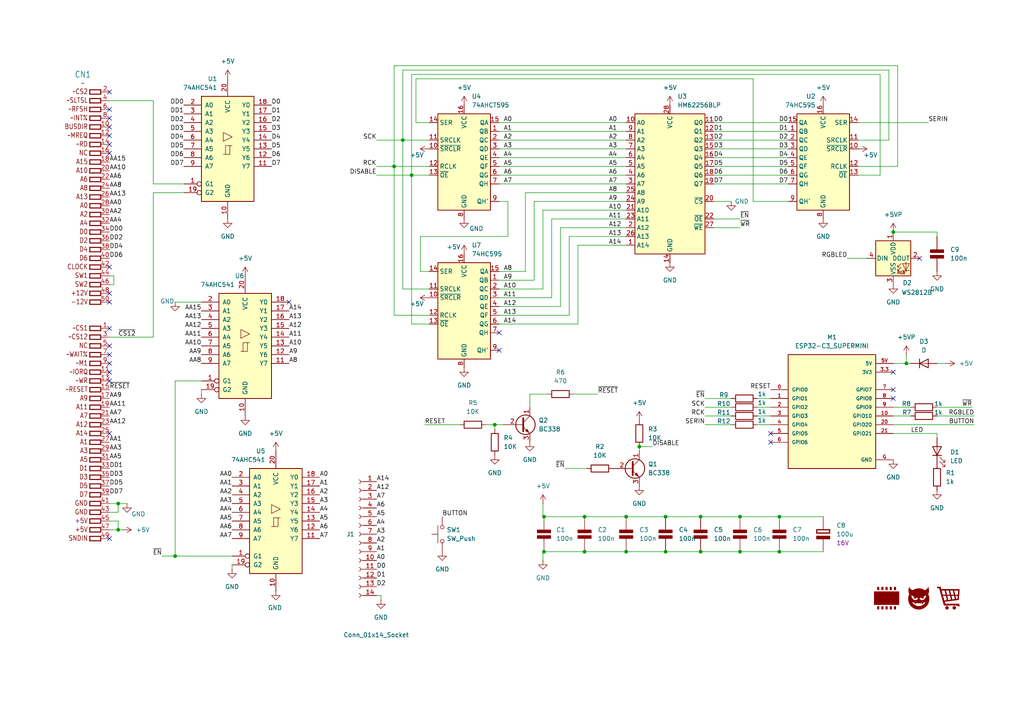
<source format=kicad_sch>
(kicad_sch (version 20231120) (generator "eeschema") (generator_version "8.0")
  (paper "A4")
  (title_block (title "Wireless Dev Cart") (rev "A") (company "Danjovic 2024") (comment 1 "32K Eprom Emulator for MSX"))
  (junction (at 34.29 146.05))
  (junction (at 193.04 160.02))
  (junction (at 203.2 149.86))
  (junction (at 259.08 67.31))
  (junction (at 34.29 153.67))
  (junction (at 169.545 149.86))
  (junction (at 181.61 160.02))
  (junction (at 116.84 40.64))
  (junction (at 157.7801 149.86))
  (junction (at 226.06 149.86))
  (junction (at 157.7801 160.02))
  (junction (at 214.63 160.02))
  (junction (at 50.8 161.29))
  (junction (at 203.2 160.02))
  (junction (at 114.3 48.26))
  (junction (at 181.61 149.86))
  (junction (at 185.42 129.54))
  (junction (at 193.04 149.86))
  (junction (at 262.89 105.41))
  (junction (at 226.06 160.02))
  (junction (at 143.51 123.19))
  (junction (at 169.545 160.02))
  (junction (at 214.63 149.86))
  (junction (at 119.38 50.8))
  (no_connect (at 144.78 96.52))
  (no_connect (at 31.75 110.49))
  (no_connect (at 31.75 105.41))
  (no_connect (at 31.75 100.33))
  (no_connect (at 144.78 101.6))
  (no_connect (at 31.75 36.83))
  (no_connect (at 223.52 125.73))
  (no_connect (at 31.75 107.95))
  (no_connect (at 31.75 44.45))
  (no_connect (at 259.08 113.03))
  (no_connect (at 259.08 107.95))
  (no_connect (at 31.75 34.29))
  (no_connect (at 83.82 87.63))
  (no_connect (at 31.75 26.67))
  (no_connect (at 31.75 77.47))
  (no_connect (at 31.75 87.63))
  (no_connect (at 31.75 102.87))
  (no_connect (at 31.75 95.25))
  (no_connect (at 31.75 39.37))
  (no_connect (at 31.75 125.73))
  (no_connect (at 223.52 128.27))
  (no_connect (at 31.75 156.21))
  (no_connect (at 259.08 115.57))
  (no_connect (at 266.7 74.93))
  (no_connect (at 31.75 31.75))
  (no_connect (at 31.75 85.09))
  (no_connect (at 31.75 41.91))
  (wire (pts (xy 119.38 50.8) (xy 119.38 21.59)))
  (wire (pts (xy 257.81 40.64) (xy 248.92 40.64)))
  (wire (pts (xy 214.63 160.02) (xy 226.06 160.02)))
  (wire (pts (xy 58.42 113.03) (xy 58.42 114.3)))
  (wire (pts (xy 203.2 149.86) (xy 214.63 149.86)))
  (wire (pts (xy 120.65 35.56) (xy 124.46 35.56)))
  (wire (pts (xy 259.08 125.73) (xy 271.78 125.73)))
  (wire (pts (xy 163.83 135.89) (xy 170.18 135.89)))
  (wire (pts (xy 157.48 160.02) (xy 157.48 162.56)))
  (wire (pts (xy 214.63 149.86) (xy 226.06 149.86)))
  (wire (pts (xy 157.48 146.05) (xy 157.48 149.86)))
  (wire (pts (xy 193.04 160.02) (xy 203.2 160.02)))
  (wire (pts (xy 114.3 48.26) (xy 114.3 19.05)))
  (wire (pts (xy 185.42 129.54) (xy 185.42 130.81)))
  (wire (pts (xy 259.08 105.41) (xy 262.89 105.41)))
  (wire (pts (xy 212.09 120.65) (xy 204.47 120.65)))
  (wire (pts (xy 207.01 53.34) (xy 228.6 53.34)))
  (wire (pts (xy 67.31 163.83) (xy 67.31 165.1)))
  (wire (pts (xy 271.78 68.58) (xy 271.78 67.31)))
  (wire (pts (xy 109.22 172.72) (xy 110.49 172.72)))
  (wire (pts (xy 181.61 45.72) (xy 144.78 45.72)))
  (wire (pts (xy 185.42 129.54) (xy 189.23 129.54)))
  (wire (pts (xy 50.8 87.63) (xy 58.42 87.63)))
  (wire (pts (xy 144.78 88.9) (xy 162.56 88.9)))
  (wire (pts (xy 50.8 110.49) (xy 50.8 161.29)))
  (wire (pts (xy 116.84 20.32) (xy 257.81 20.32)))
  (wire (pts (xy 264.16 120.65) (xy 259.08 120.65)))
  (wire (pts (xy 219.71 120.65) (xy 223.52 120.65)))
  (wire (pts (xy 245.745 74.93) (xy 251.46 74.93)))
  (wire (pts (xy 116.84 40.64) (xy 116.84 20.32)))
  (wire (pts (xy 109.22 40.64) (xy 116.84 40.64)))
  (wire (pts (xy 143.51 123.19) (xy 146.05 123.19)))
  (wire (pts (xy 147.32 68.58) (xy 121.92 68.58)))
  (wire (pts (xy 212.09 118.11) (xy 204.47 118.11)))
  (wire (pts (xy 259.08 118.11) (xy 264.16 118.11)))
  (wire (pts (xy 121.92 68.58) (xy 121.92 78.74)))
  (wire (pts (xy 219.71 123.19) (xy 223.52 123.19)))
  (wire (pts (xy 31.75 153.67) (xy 34.29 153.67)))
  (wire (pts (xy 34.29 146.05) (xy 36.83 146.05)))
  (wire (pts (xy 44.45 55.88) (xy 53.34 55.88)))
  (wire (pts (xy 119.38 93.98) (xy 124.46 93.98)))
  (wire (pts (xy 207.01 66.04) (xy 214.63 66.04)))
  (wire (pts (xy 165.1 91.44) (xy 165.1 68.58)))
  (wire (pts (xy 109.22 50.8) (xy 119.38 50.8)))
  (wire (pts (xy 119.38 21.59) (xy 255.27 21.59)))
  (wire (pts (xy 218.44 58.42) (xy 218.44 22.86)))
  (wire (pts (xy 226.06 160.02) (xy 238.76 160.02)))
  (wire (pts (xy 144.78 86.36) (xy 160.02 86.36)))
  (wire (pts (xy 181.61 160.02) (xy 193.04 160.02)))
  (wire (pts (xy 207.01 43.18) (xy 228.6 43.18)))
  (wire (pts (xy 140.97 123.19) (xy 143.51 123.19)))
  (wire (pts (xy 207.01 48.26) (xy 228.6 48.26)))
  (wire (pts (xy 271.78 125.73) (xy 271.78 127)))
  (wire (pts (xy 260.35 19.05) (xy 260.35 48.26)))
  (wire (pts (xy 212.09 115.57) (xy 204.47 115.57)))
  (wire (pts (xy 282.575 120.65) (xy 271.78 120.65)))
  (wire (pts (xy 167.64 93.98) (xy 167.64 71.12)))
  (wire (pts (xy 207.01 40.64) (xy 228.6 40.64)))
  (wire (pts (xy 31.75 148.59) (xy 34.29 148.59)))
  (wire (pts (xy 181.61 53.34) (xy 144.78 53.34)))
  (wire (pts (xy 31.75 82.55) (xy 33.02 82.55)))
  (wire (pts (xy 181.61 38.1) (xy 144.78 38.1)))
  (wire (pts (xy 262.89 105.41) (xy 264.16 105.41)))
  (wire (pts (xy 207.01 63.5) (xy 214.63 63.5)))
  (wire (pts (xy 121.92 78.74) (xy 124.46 78.74)))
  (wire (pts (xy 147.32 58.42) (xy 147.32 68.58)))
  (wire (pts (xy 181.61 48.26) (xy 144.78 48.26)))
  (wire (pts (xy 181.61 149.86) (xy 193.04 149.86)))
  (wire (pts (xy 144.78 91.44) (xy 165.1 91.44)))
  (wire (pts (xy 207.01 50.8) (xy 228.6 50.8)))
  (wire (pts (xy 207.01 45.72) (xy 228.6 45.72)))
  (wire (pts (xy 255.27 50.8) (xy 248.92 50.8)))
  (wire (pts (xy 248.92 35.56) (xy 269.24 35.56)))
  (wire (pts (xy 124.46 50.8) (xy 119.38 50.8)))
  (wire (pts (xy 34.29 151.13) (xy 34.29 153.67)))
  (wire (pts (xy 207.01 38.1) (xy 228.6 38.1)))
  (wire (pts (xy 53.34 53.34) (xy 44.45 53.34)))
  (wire (pts (xy 144.78 83.82) (xy 157.48 83.82)))
  (wire (pts (xy 160.02 86.36) (xy 160.02 63.5)))
  (wire (pts (xy 262.89 105.41) (xy 262.89 102.87)))
  (wire (pts (xy 228.6 58.42) (xy 218.44 58.42)))
  (wire (pts (xy 193.04 149.86) (xy 203.2 149.86)))
  (wire (pts (xy 157.7801 160.02) (xy 169.545 160.02)))
  (wire (pts (xy 271.78 118.11) (xy 281.94 118.11)))
  (wire (pts (xy 166.37 114.3) (xy 173.355 114.3)))
  (wire (pts (xy 219.71 118.11) (xy 223.52 118.11)))
  (wire (pts (xy 44.45 97.79) (xy 44.45 55.88)))
  (wire (pts (xy 157.7801 149.86) (xy 169.545 149.86)))
  (wire (pts (xy 154.94 58.42) (xy 181.61 58.42)))
  (wire (pts (xy 116.84 40.64) (xy 116.84 83.82)))
  (wire (pts (xy 153.67 114.3) (xy 158.75 114.3)))
  (wire (pts (xy 34.29 148.59) (xy 34.29 146.05)))
  (wire (pts (xy 153.67 118.11) (xy 153.67 114.3)))
  (wire (pts (xy 46.99 161.29) (xy 50.8 161.29)))
  (wire (pts (xy 226.06 149.86) (xy 238.76 149.86)))
  (wire (pts (xy 144.78 93.98) (xy 167.64 93.98)))
  (wire (pts (xy 203.2 160.02) (xy 214.63 160.02)))
  (wire (pts (xy 116.84 83.82) (xy 124.46 83.82)))
  (wire (pts (xy 114.3 91.44) (xy 114.3 48.26)))
  (wire (pts (xy 50.8 110.49) (xy 58.42 110.49)))
  (wire (pts (xy 181.61 35.56) (xy 144.78 35.56)))
  (wire (pts (xy 44.45 29.21) (xy 31.75 29.21)))
  (wire (pts (xy 124.46 40.64) (xy 116.84 40.64)))
  (wire (pts (xy 260.35 48.26) (xy 248.92 48.26)))
  (wire (pts (xy 169.545 149.86) (xy 181.61 149.86)))
  (wire (pts (xy 152.4 55.88) (xy 181.61 55.88)))
  (wire (pts (xy 143.51 123.19) (xy 143.51 124.46)))
  (wire (pts (xy 144.78 78.74) (xy 152.4 78.74)))
  (wire (pts (xy 31.75 97.79) (xy 44.45 97.79)))
  (wire (pts (xy 169.545 160.02) (xy 181.61 160.02)))
  (wire (pts (xy 120.65 22.86) (xy 120.65 35.56)))
  (wire (pts (xy 271.78 105.41) (xy 274.32 105.41)))
  (wire (pts (xy 167.64 71.12) (xy 181.61 71.12)))
  (wire (pts (xy 31.75 80.01) (xy 33.02 80.01)))
  (wire (pts (xy 44.45 53.34) (xy 44.45 29.21)))
  (wire (pts (xy 157.48 60.96) (xy 181.61 60.96)))
  (wire (pts (xy 157.48 160.02) (xy 157.7801 160.02)))
  (wire (pts (xy 50.8 161.29) (xy 67.31 161.29)))
  (wire (pts (xy 219.71 115.57) (xy 223.52 115.57)))
  (wire (pts (xy 152.4 78.74) (xy 152.4 55.88)))
  (wire (pts (xy 259.08 123.19) (xy 282.575 123.19)))
  (wire (pts (xy 33.02 80.01) (xy 33.02 82.55)))
  (wire (pts (xy 160.02 63.5) (xy 181.61 63.5)))
  (wire (pts (xy 162.56 88.9) (xy 162.56 66.04)))
  (wire (pts (xy 165.1 68.58) (xy 181.61 68.58)))
  (wire (pts (xy 144.78 58.42) (xy 147.32 58.42)))
  (wire (pts (xy 162.56 66.04) (xy 181.61 66.04)))
  (wire (pts (xy 181.61 50.8) (xy 144.78 50.8)))
  (wire (pts (xy 212.09 123.19) (xy 204.47 123.19)))
  (wire (pts (xy 157.48 83.82) (xy 157.48 60.96)))
  (wire (pts (xy 114.3 19.05) (xy 260.35 19.05)))
  (wire (pts (xy 181.61 43.18) (xy 144.78 43.18)))
  (wire (pts (xy 218.44 22.86) (xy 120.65 22.86)))
  (wire (pts (xy 34.29 153.67) (xy 35.56 153.67)))
  (wire (pts (xy 207.01 58.42) (xy 212.09 58.42)))
  (wire (pts (xy 271.78 67.31) (xy 259.08 67.31)))
  (wire (pts (xy 157.48 149.86) (xy 157.7801 149.86)))
  (wire (pts (xy 114.3 48.26) (xy 124.46 48.26)))
  (wire (pts (xy 154.94 58.42) (xy 154.94 81.28)))
  (wire (pts (xy 119.38 50.8) (xy 119.38 93.98)))
  (wire (pts (xy 110.49 172.72) (xy 110.49 173.99)))
  (wire (pts (xy 109.22 48.26) (xy 114.3 48.26)))
  (wire (pts (xy 31.75 151.13) (xy 34.29 151.13)))
  (wire (pts (xy 144.78 81.28) (xy 154.94 81.28)))
  (wire (pts (xy 124.46 91.44) (xy 114.3 91.44)))
  (wire (pts (xy 181.61 40.64) (xy 144.78 40.64)))
  (wire (pts (xy 257.81 20.32) (xy 257.81 40.64)))
  (wire (pts (xy 123.19 123.19) (xy 133.35 123.19)))
  (wire (pts (xy 255.27 21.59) (xy 255.27 50.8)))
  (wire (pts (xy 31.75 146.05) (xy 34.29 146.05)))
  (wire (pts (xy 207.01 35.56) (xy 228.6 35.56)))
  (polyline (pts (xy 256.2338 176.5371) (xy 256.2335 176.5503) (xy 256.2325 176.5634) (xy 256.2309 176.5763) (xy 256.2286 176.589) (xy 256.2257 176.6014) (xy 256.2222 176.6137) (xy 256.2182 176.6256) (xy 256.2136 176.6373) (xy 256.2084 176.6487) (xy 256.2027 176.6598) (xy 256.1965 176.6706) (xy 256.1899 176.6811) (xy 256.1827 176.6911) (xy 256.175 176.7009) (xy 256.1669 176.7102) (xy 256.1584 176.7192) (xy 256.1495 176.7277) (xy 256.1401 176.7358) (xy 256.1304 176.7434) (xy 256.1203 176.7506) (xy 256.1099 176.7573) (xy 256.0991 176.7635) (xy 256.088 176.7692) (xy 256.0766 176.7743) (xy 256.0649 176.779) (xy 256.053 176.783) (xy 256.0408 176.7865) (xy 256.0283 176.7894) (xy 256.0156 176.7916) (xy 256.0028 176.7933) (xy 255.9897 176.7942) (xy 255.9765 176.7946) (xy 255.8819 176.7946) (xy 255.8687 176.7942) (xy 255.8556 176.7933) (xy 255.8428 176.7916) (xy 255.8301 176.7894) (xy 255.8177 176.7865) (xy 255.8055 176.783) (xy 255.7935 176.779) (xy 255.7818 176.7743) (xy 255.7705 176.7692) (xy 255.7594 176.7635) (xy 255.7486 176.7573) (xy 255.7382 176.7506) (xy 255.7281 176.7434) (xy 255.7184 176.7358) (xy 255.709 176.7277) (xy 255.7001 176.7192) (xy 255.6916 176.7102) (xy 255.6835 176.7009) (xy 255.6758 176.6912) (xy 255.6687 176.6811) (xy 255.662 176.6706) (xy 255.6558 176.6598) (xy 255.6501 176.6487) (xy 255.6449 176.6373) (xy 255.6403 176.6256) (xy 255.6363 176.6137) (xy 255.6328 176.6014) (xy 255.6299 176.589) (xy 255.6277 176.5763) (xy 255.626 176.5634) (xy 255.625 176.5503) (xy 255.6247 176.5371) (xy 255.6247 175.8251) (xy 256.2338 175.8251) (xy 256.2338 176.5371)) (stroke (width -0.0001) (type solid) (color 132 0 0 1)) (fill (type outline)))
  (polyline (pts (xy 254.7712 170.1803) (xy 254.7842 170.1813) (xy 254.7971 170.183) (xy 254.8098 170.1852) (xy 254.8222 170.1881) (xy 254.8344 170.1916) (xy 254.8464 170.1956) (xy 254.8581 170.2002) (xy 254.8695 170.2054) (xy 254.8806 170.2111) (xy 254.8914 170.2173) (xy 254.9018 170.224) (xy 254.9119 170.2312) (xy 254.9216 170.2388) (xy 254.931 170.2469) (xy 254.9399 170.2554) (xy 254.9484 170.2644) (xy 254.9565 170.2737) (xy 254.9641 170.2834) (xy 254.9713 170.2935) (xy 254.978 170.304) (xy 254.9842 170.3148) (xy 254.9899 170.3259) (xy 254.9951 170.3373) (xy 254.9997 170.349) (xy 255.0037 170.3609) (xy 255.0072 170.3732) (xy 255.0101 170.3856) (xy 255.0123 170.3983) (xy 255.014 170.4112) (xy 255.015 170.4243) (xy 255.0153 170.4375) (xy 255.0153 171.1498) (xy 254.4059 171.1498) (xy 254.4059 170.4375) (xy 254.4062 170.4243) (xy 254.4072 170.4112) (xy 254.4089 170.3983) (xy 254.4111 170.3856) (xy 254.414 170.3732) (xy 254.4175 170.3609) (xy 254.4215 170.349) (xy 254.4261 170.3373) (xy 254.4313 170.3259) (xy 254.437 170.3148) (xy 254.4432 170.304) (xy 254.4499 170.2935) (xy 254.4571 170.2834) (xy 254.4647 170.2737) (xy 254.4728 170.2644) (xy 254.4813 170.2554) (xy 254.4902 170.2469) (xy 254.4996 170.2388) (xy 254.5093 170.2312) (xy 254.5194 170.224) (xy 254.5298 170.2173) (xy 254.5406 170.2111) (xy 254.5517 170.2054) (xy 254.5631 170.2002) (xy 254.5748 170.1956) (xy 254.5868 170.1916) (xy 254.599 170.1881) (xy 254.6114 170.1852) (xy 254.6241 170.183) (xy 254.637 170.1813) (xy 254.65 170.1803) (xy 254.6633 170.18) (xy 254.7579 170.18) (xy 254.7712 170.1803)) (stroke (width -0.0001) (type solid) (color 132 0 0 1)) (fill (type outline)))
  (polyline (pts (xy 272.8752 170.3373) (xy 272.9181 170.5183) (xy 272.9982 170.8583) (xy 278.0205 170.8583) (xy 278.0502 170.8586) (xy 278.0781 170.8598) (xy 278.104 170.8618) (xy 278.128 170.8646) (xy 278.1503 170.8683) (xy 278.1709 170.8728) (xy 278.1898 170.8781) (xy 278.2071 170.8843) (xy 278.2228 170.8914) (xy 278.2371 170.8994) (xy 278.25 170.9084) (xy 278.2615 170.9182) (xy 278.2718 170.929) (xy 278.2808 170.9407) (xy 278.2886 170.9534) (xy 278.2953 170.9671) (xy 278.301 170.9818) (xy 278.3057 170.9975) (xy 278.3095 171.0142) (xy 278.3124 171.0319) (xy 278.3145 171.0507) (xy 278.3159 171.0706) (xy 278.3167 171.1135) (xy 278.3152 171.1608) (xy 278.3121 171.2127) (xy 278.3025 171.3303) (xy 278.1157 173.7112) (xy 278.1056 173.8326) (xy 278.1009 173.8791) (xy 278.0953 173.9171) (xy 278.092 173.9333) (xy 278.0883 173.9478) (xy 278.084 173.9607) (xy 278.0791 173.972) (xy 278.0734 173.9819) (xy 278.0669 173.9906) (xy 278.0595 173.998) (xy 278.0511 174.0045) (xy 278.0417 174.0099) (xy 278.031 174.0146) (xy 278.0191 174.0185) (xy 278.0059 174.0218) (xy 277.975 174.0272) (xy 277.9376 174.0314) (xy 277.8404 174.0405) (xy 277.7793 174.0471) (xy 277.7088 174.0563) (xy 274.015 174.5262) (xy 274.2104 175.093) (xy 278.189 175.093) (xy 278.2324 175.2641) (xy 278.2794 175.4612) (xy 278.3698 175.8466) (xy 277.7088 175.8466) (xy 277.6453 175.6173) (xy 274.4661 175.6173) (xy 274.3385 175.6172) (xy 274.2281 175.6205) (xy 274.0531 175.6312) (xy 273.9854 175.6356) (xy 273.9287 175.6372) (xy 273.8816 175.6347) (xy 273.8612 175.6314) (xy 273.8426 175.6265) (xy 273.8256 175.6197) (xy 273.8101 175.611) (xy 273.7958 175.6001) (xy 273.7825 175.5868) (xy 273.7701 175.5709) (xy 273.7583 175.5522) (xy 273.7471 175.5306) (xy 273.7361 175.5059) (xy 273.7141 175.4463) (xy 273.691 175.3718) (xy 273.635 175.1722) (xy 272.9857 172.8117) (xy 273.5241 172.8117) (xy 273.8987 174.1736) (xy 274.6276 174.074) (xy 274.3256 172.8117) (xy 273.5241 172.8117) (xy 272.9857 172.8117) (xy 272.9855 172.8112) (xy 274.7503 172.8112) (xy 275.0394 174.0175) (xy 275.7989 173.9142) (xy 275.5337 172.8117) (xy 275.9599 172.8117) (xy 276.2113 173.8582) (xy 276.9353 173.7597) (xy 276.7081 172.8117) (xy 277.1334 172.8117) (xy 277.3471 173.7031) (xy 277.3998 173.6962) (xy 277.4571 173.6887) (xy 277.5068 173.6833) (xy 277.5858 173.6759) (xy 277.6162 173.6725) (xy 277.6413 173.6682) (xy 277.6521 173.6655) (xy 277.6618 173.6623) (xy 277.6705 173.6585) (xy 277.6782 173.654) (xy 277.685 173.6488) (xy 277.691 173.6427) (xy 277.6963 173.6357) (xy 277.7009 173.6276) (xy 277.7049 173.6184) (xy 277.7084 173.608) (xy 277.7115 173.5962) (xy 277.7142 173.5831) (xy 277.7187 173.5521) (xy 277.7226 173.5144) (xy 277.7309 173.4157) (xy 277.7815 172.8117) (xy 277.1334 172.8117) (xy 276.7081 172.8117) (xy 275.9599 172.8117) (xy 275.5337 172.8117) (xy 275.5335 172.8112) (xy 274.7503 172.8112) (xy 272.9855 172.8112) (xy 272.5601 171.2647) (xy 273.0983 171.2647) (xy 273.1973 171.6339) (xy 273.2006 171.6334) (xy 273.438 172.4984) (xy 274.2508 172.4984) (xy 273.9559 171.2657) (xy 274.3805 171.2657) (xy 274.6755 172.4984) (xy 275.4582 172.4984) (xy 275.1622 171.2674) (xy 275.5879 171.2674) (xy 275.884 172.4984) (xy 276.6327 172.4984) (xy 276.3379 171.269) (xy 276.7635 171.269) (xy 277.0585 172.499) (xy 277.8078 172.499) (xy 277.8907 171.5107) (xy 277.8953 171.4625) (xy 277.8999 171.4212) (xy 277.9075 171.3568) (xy 277.9095 171.3327) (xy 277.9095 171.3134) (xy 277.9086 171.3054) (xy 277.9071 171.2983) (xy 277.9049 171.2922) (xy 277.9018 171.287) (xy 277.898 171.2826) (xy 277.8932 171.2789) (xy 277.8874 171.2759) (xy 277.8806 171.2735) (xy 277.8727 171.2717) (xy 277.8636 171.2703) (xy 277.8418 171.2689) (xy 277.8145 171.2686) (xy 277.7813 171.2691) (xy 277.6953 171.27) (xy 276.7635 171.269) (xy 276.3379 171.269) (xy 276.3378 171.2684) (xy 275.5879 171.2674) (xy 275.1622 171.2674) (xy 275.1621 171.2668) (xy 274.3805 171.2657) (xy 273.9559 171.2657) (xy 273.9558 171.2652) (xy 273.0983 171.2647) (xy 272.5601 171.2647) (xy 272.3818 170.6166) (xy 271.78 170.6166) (xy 271.78 170.18) (xy 272.8356 170.18) (xy 272.8752 170.3373)) (stroke (width -0.0001) (type solid) (color 132 0 0 1)) (fill (type outline)))
  (polyline (pts (xy 259.6453 170.1803) (xy 259.6584 170.1813) (xy 259.6713 170.183) (xy 259.684 170.1852) (xy 259.6965 170.1881) (xy 259.7087 170.1916) (xy 259.7207 170.1956) (xy 259.7324 170.2002) (xy 259.7438 170.2054) (xy 259.7549 170.2111) (xy 259.7657 170.2173) (xy 259.7761 170.224) (xy 259.7862 170.2312) (xy 259.7959 170.2388) (xy 259.8053 170.2469) (xy 259.8142 170.2554) (xy 259.8227 170.2644) (xy 259.8308 170.2737) (xy 259.8385 170.2834) (xy 259.8456 170.2935) (xy 259.8523 170.304) (xy 259.8585 170.3148) (xy 259.8642 170.3259) (xy 259.8694 170.3373) (xy 259.874 170.349) (xy 259.878 170.3609) (xy 259.8815 170.3732) (xy 259.8843 170.3856) (xy 259.8866 170.3983) (xy 259.8882 170.4112) (xy 259.8892 170.4243) (xy 259.8896 170.4375) (xy 259.8896 171.1498) (xy 259.2803 171.1498) (xy 259.2803 170.4375) (xy 259.2806 170.4243) (xy 259.2816 170.4112) (xy 259.2833 170.3983) (xy 259.2855 170.3856) (xy 259.2884 170.3732) (xy 259.2919 170.3609) (xy 259.2959 170.349) (xy 259.3005 170.3373) (xy 259.3057 170.3259) (xy 259.3114 170.3148) (xy 259.3176 170.304) (xy 259.3243 170.2935) (xy 259.3314 170.2834) (xy 259.3391 170.2737) (xy 259.3472 170.2644) (xy 259.3557 170.2554) (xy 259.3646 170.2469) (xy 259.3739 170.2388) (xy 259.3837 170.2312) (xy 259.3938 170.224) (xy 259.4042 170.2173) (xy 259.415 170.2111) (xy 259.426 170.2054) (xy 259.4374 170.2002) (xy 259.4491 170.1956) (xy 259.4611 170.1916) (xy 259.4733 170.1881) (xy 259.4857 170.1852) (xy 259.4984 170.183) (xy 259.5112 170.1813) (xy 259.5243 170.1803) (xy 259.5375 170.18) (xy 259.6321 170.18) (xy 259.6453 170.1803)) (stroke (width -0.0001) (type solid) (color 132 0 0 1)) (fill (type outline)))
  (polyline (pts (xy 274.6963 175.7746) (xy 274.7222 175.7766) (xy 274.7478 175.7799) (xy 274.7729 175.7844) (xy 274.7975 175.7901) (xy 274.8217 175.7969) (xy 274.8454 175.805) (xy 274.8686 175.8141) (xy 274.8912 175.8243) (xy 274.9132 175.8356) (xy 274.9346 175.8479) (xy 274.9553 175.8612) (xy 274.9753 175.8754) (xy 274.9946 175.8906) (xy 275.0131 175.9066) (xy 275.0308 175.9236) (xy 275.0477 175.9413) (xy 275.0638 175.9598) (xy 275.0789 175.9791) (xy 275.0932 175.9991) (xy 275.1065 176.0198) (xy 275.1188 176.0412) (xy 275.13 176.0632) (xy 275.1403 176.0858) (xy 275.1494 176.1089) (xy 275.1574 176.1326) (xy 275.1643 176.1568) (xy 275.17 176.1815) (xy 275.1745 176.2066) (xy 275.1778 176.2322) (xy 275.1798 176.258) (xy 275.1804 176.2843) (xy 275.1798 176.3106) (xy 275.1778 176.3365) (xy 275.1745 176.362) (xy 275.1701 176.3872) (xy 275.1644 176.4119) (xy 275.1575 176.4361) (xy 275.1495 176.4598) (xy 275.1403 176.483) (xy 275.1301 176.5056) (xy 275.1189 176.5276) (xy 275.1066 176.549) (xy 275.0933 176.5697) (xy 275.0791 176.5897) (xy 275.064 176.609) (xy 275.0479 176.6275) (xy 275.031 176.6452) (xy 275.0133 176.6621) (xy 274.9948 176.6781) (xy 274.9755 176.6933) (xy 274.9555 176.7075) (xy 274.9348 176.7208) (xy 274.9135 176.733) (xy 274.8915 176.7443) (xy 274.8688 176.7545) (xy 274.8457 176.7636) (xy 274.8219 176.7717) (xy 274.7977 176.7785) (xy 274.773 176.7842) (xy 274.7479 176.7887) (xy 274.7223 176.792) (xy 274.6964 176.7939) (xy 274.6701 176.7946) (xy 274.6438 176.7939) (xy 274.6179 176.792) (xy 274.5923 176.7887) (xy 274.5672 176.7842) (xy 274.5425 176.7785) (xy 274.5183 176.7717) (xy 274.4946 176.7636) (xy 274.4714 176.7545) (xy 274.4488 176.7443) (xy 274.4268 176.733) (xy 274.4054 176.7208) (xy 274.3847 176.7075) (xy 274.3647 176.6933) (xy 274.3454 176.6781) (xy 274.3269 176.6621) (xy 274.3092 176.6452) (xy 274.2923 176.6275) (xy 274.2763 176.609) (xy 274.2611 176.5897) (xy 274.2469 176.5697) (xy 274.2336 176.549) (xy 274.2214 176.5276) (xy 274.2101 176.5056) (xy 274.1999 176.483) (xy 274.1907 176.4598) (xy 274.1827 176.4361) (xy 274.1759 176.4119) (xy 274.1702 176.3872) (xy 274.1657 176.362) (xy 274.1624 176.3365) (xy 274.1605 176.3106) (xy 274.1598 176.2843) (xy 274.1605 176.258) (xy 274.1624 176.2322) (xy 274.1657 176.2066) (xy 274.1702 176.1815) (xy 274.1759 176.1568) (xy 274.1827 176.1326) (xy 274.1907 176.1089) (xy 274.1999 176.0858) (xy 274.2101 176.0632) (xy 274.2214 176.0412) (xy 274.2336 176.0198) (xy 274.2469 175.9991) (xy 274.2611 175.9791) (xy 274.2763 175.9598) (xy 274.2923 175.9413) (xy 274.3092 175.9236) (xy 274.3269 175.9066) (xy 274.3454 175.8906) (xy 274.3647 175.8754) (xy 274.3847 175.8612) (xy 274.4054 175.8479) (xy 274.4268 175.8356) (xy 274.4488 175.8243) (xy 274.4714 175.8141) (xy 274.4946 175.805) (xy 274.5183 175.7969) (xy 274.5425 175.7901) (xy 274.5672 175.7844) (xy 274.5923 175.7799) (xy 274.6179 175.7766) (xy 274.6438 175.7746) (xy 274.6701 175.774) (xy 274.6963 175.7746)) (stroke (width -0.0001) (type solid) (color 132 0 0 1)) (fill (type outline)))
  (polyline (pts (xy 276.8011 175.7746) (xy 276.827 175.7766) (xy 276.8525 175.7799) (xy 276.8776 175.7844) (xy 276.9023 175.7901) (xy 276.9265 175.7969) (xy 276.9502 175.805) (xy 276.9734 175.8141) (xy 276.996 175.8243) (xy 277.018 175.8356) (xy 277.0393 175.8479) (xy 277.06 175.8612) (xy 277.08 175.8754) (xy 277.0993 175.8906) (xy 277.1178 175.9066) (xy 277.1356 175.9236) (xy 277.1525 175.9413) (xy 277.1685 175.9598) (xy 277.1837 175.9791) (xy 277.1979 175.9991) (xy 277.2112 176.0198) (xy 277.2235 176.0412) (xy 277.2348 176.0632) (xy 277.245 176.0858) (xy 277.2542 176.1089) (xy 277.2622 176.1326) (xy 277.2691 176.1568) (xy 277.2748 176.1815) (xy 277.2793 176.2066) (xy 277.2825 176.2322) (xy 277.2845 176.258) (xy 277.2852 176.2843) (xy 277.2845 176.3106) (xy 277.2825 176.3365) (xy 277.2793 176.362) (xy 277.2748 176.3872) (xy 277.2691 176.4119) (xy 277.2622 176.4361) (xy 277.2542 176.4598) (xy 277.245 176.483) (xy 277.2348 176.5056) (xy 277.2235 176.5276) (xy 277.2112 176.549) (xy 277.1979 176.5697) (xy 277.1837 176.5897) (xy 277.1685 176.609) (xy 277.1525 176.6275) (xy 277.1356 176.6452) (xy 277.1178 176.6621) (xy 277.0993 176.6781) (xy 277.08 176.6933) (xy 277.06 176.7075) (xy 277.0393 176.7208) (xy 277.018 176.733) (xy 276.996 176.7443) (xy 276.9734 176.7545) (xy 276.9502 176.7636) (xy 276.9265 176.7717) (xy 276.9023 176.7785) (xy 276.8776 176.7842) (xy 276.8525 176.7887) (xy 276.827 176.792) (xy 276.8011 176.7939) (xy 276.7748 176.7946) (xy 276.7486 176.7939) (xy 276.7226 176.792) (xy 276.6971 176.7887) (xy 276.6719 176.7842) (xy 276.6472 176.7785) (xy 276.623 176.7717) (xy 276.5993 176.7636) (xy 276.5761 176.7545) (xy 276.5535 176.7443) (xy 276.5315 176.733) (xy 276.5101 176.7208) (xy 276.4894 176.7075) (xy 276.4694 176.6933) (xy 276.4502 176.6781) (xy 276.4316 176.6621) (xy 276.4139 176.6452) (xy 276.397 176.6275) (xy 276.381 176.609) (xy 276.3659 176.5897) (xy 276.3516 176.5697) (xy 276.3384 176.549) (xy 276.3261 176.5276) (xy 276.3148 176.5056) (xy 276.3046 176.483) (xy 276.2955 176.4598) (xy 276.2875 176.4361) (xy 276.2806 176.4119) (xy 276.2749 176.3872) (xy 276.2704 176.362) (xy 276.2672 176.3365) (xy 276.2652 176.3106) (xy 276.2645 176.2843) (xy 276.2652 176.258) (xy 276.2672 176.2322) (xy 276.2704 176.2066) (xy 276.2749 176.1815) (xy 276.2806 176.1568) (xy 276.2875 176.1326) (xy 276.2955 176.1089) (xy 276.3046 176.0858) (xy 276.3148 176.0632) (xy 276.3261 176.0412) (xy 276.3384 176.0198) (xy 276.3516 175.9991) (xy 276.3659 175.9791) (xy 276.381 175.9598) (xy 276.397 175.9413) (xy 276.4139 175.9236) (xy 276.4316 175.9066) (xy 276.4502 175.8906) (xy 276.4694 175.8754) (xy 276.4894 175.8612) (xy 276.5101 175.8479) (xy 276.5315 175.8356) (xy 276.5535 175.8243) (xy 276.5761 175.8141) (xy 276.5993 175.805) (xy 276.623 175.7969) (xy 276.6472 175.7901) (xy 276.6719 175.7844) (xy 276.6971 175.7799) (xy 276.7226 175.7766) (xy 276.7486 175.7746) (xy 276.7748 175.774) (xy 276.8011 175.7746)) (stroke (width -0.0001) (type solid) (color 132 0 0 1)) (fill (type outline)))
  (polyline (pts (xy 259.8896 176.5371) (xy 259.8892 176.5503) (xy 259.8882 176.5634) (xy 259.8866 176.5763) (xy 259.8843 176.589) (xy 259.8815 176.6014) (xy 259.878 176.6137) (xy 259.874 176.6256) (xy 259.8694 176.6373) (xy 259.8642 176.6487) (xy 259.8585 176.6598) (xy 259.8523 176.6706) (xy 259.8456 176.6811) (xy 259.8385 176.6911) (xy 259.8308 176.7009) (xy 259.8227 176.7102) (xy 259.8142 176.7192) (xy 259.8053 176.7277) (xy 259.7959 176.7358) (xy 259.7862 176.7434) (xy 259.7761 176.7506) (xy 259.7657 176.7573) (xy 259.7549 176.7635) (xy 259.7438 176.7692) (xy 259.7324 176.7743) (xy 259.7207 176.779) (xy 259.7087 176.783) (xy 259.6965 176.7865) (xy 259.684 176.7894) (xy 259.6713 176.7916) (xy 259.6584 176.7933) (xy 259.6453 176.7942) (xy 259.6321 176.7946) (xy 259.5375 176.7946) (xy 259.5243 176.7942) (xy 259.5112 176.7933) (xy 259.4984 176.7916) (xy 259.4857 176.7894) (xy 259.4733 176.7865) (xy 259.4611 176.783) (xy 259.4491 176.779) (xy 259.4374 176.7743) (xy 259.4261 176.7692) (xy 259.415 176.7635) (xy 259.4042 176.7573) (xy 259.3938 176.7506) (xy 259.3837 176.7434) (xy 259.374 176.7358) (xy 259.3646 176.7277) (xy 259.3557 176.7192) (xy 259.3472 176.7102) (xy 259.3391 176.7009) (xy 259.3314 176.6912) (xy 259.3243 176.6811) (xy 259.3176 176.6706) (xy 259.3114 176.6598) (xy 259.3057 176.6487) (xy 259.3005 176.6373) (xy 259.2959 176.6256) (xy 259.2919 176.6137) (xy 259.2884 176.6014) (xy 259.2855 176.589) (xy 259.2833 176.5763) (xy 259.2816 176.5634) (xy 259.2806 176.5503) (xy 259.2803 176.5371) (xy 259.2803 175.8251) (xy 259.8896 175.8251) (xy 259.8896 176.5371)) (stroke (width -0.0001) (type solid) (color 132 0 0 1)) (fill (type outline)))
  (polyline (pts (xy 255.0153 176.5371) (xy 255.015 176.5503) (xy 255.014 176.5634) (xy 255.0123 176.5763) (xy 255.0101 176.589) (xy 255.0072 176.6014) (xy 255.0037 176.6137) (xy 254.9997 176.6256) (xy 254.9951 176.6373) (xy 254.9899 176.6487) (xy 254.9842 176.6598) (xy 254.978 176.6706) (xy 254.9713 176.6811) (xy 254.9642 176.6911) (xy 254.9565 176.7009) (xy 254.9484 176.7102) (xy 254.9399 176.7192) (xy 254.931 176.7277) (xy 254.9216 176.7358) (xy 254.9119 176.7434) (xy 254.9018 176.7506) (xy 254.8914 176.7573) (xy 254.8806 176.7635) (xy 254.8695 176.7692) (xy 254.8581 176.7743) (xy 254.8464 176.779) (xy 254.8344 176.783) (xy 254.8222 176.7865) (xy 254.8098 176.7894) (xy 254.7971 176.7916) (xy 254.7842 176.7933) (xy 254.7712 176.7942) (xy 254.7579 176.7946) (xy 254.6633 176.7946) (xy 254.65 176.7942) (xy 254.637 176.7933) (xy 254.6241 176.7916) (xy 254.6114 176.7894) (xy 254.599 176.7865) (xy 254.5868 176.783) (xy 254.5748 176.779) (xy 254.5631 176.7743) (xy 254.5517 176.7692) (xy 254.5406 176.7635) (xy 254.5298 176.7573) (xy 254.5194 176.7506) (xy 254.5093 176.7434) (xy 254.4996 176.7358) (xy 254.4902 176.7277) (xy 254.4813 176.7192) (xy 254.4728 176.7102) (xy 254.4647 176.7009) (xy 254.4571 176.6912) (xy 254.4499 176.6811) (xy 254.4432 176.6706) (xy 254.437 176.6598) (xy 254.4313 176.6487) (xy 254.4261 176.6373) (xy 254.4215 176.6256) (xy 254.4175 176.6137) (xy 254.414 176.6014) (xy 254.4111 176.589) (xy 254.4089 176.5763) (xy 254.4072 176.5634) (xy 254.4062 176.5503) (xy 254.4059 176.5371) (xy 254.4059 175.8251) (xy 255.0153 175.8251) (xy 255.0153 176.5371)) (stroke (width -0.0001) (type solid) (color 132 0 0 1)) (fill (type outline)))
  (polyline (pts (xy 260.8035 175.4443) (xy 253.492 175.4443) (xy 253.492 171.5305) (xy 260.8035 171.5305) (xy 260.8035 175.4443)) (stroke (width -0.0001) (type solid) (color 132 0 0 1)) (fill (type outline)))
  (polyline (pts (xy 269.2858 170.3437) (xy 269.3293 170.5037) (xy 269.3664 170.6602) (xy 269.3972 170.8128) (xy 269.4214 170.9616) (xy 269.4389 171.1064) (xy 269.4495 171.2471) (xy 269.4531 171.3837) (xy 269.4494 171.5161) (xy 269.4384 171.6441) (xy 269.4199 171.7677) (xy 269.3937 171.8868) (xy 269.3597 172.0012) (xy 269.3176 172.1109) (xy 269.2674 172.2158) (xy 269.2089 172.3158) (xy 269.2451 172.389) (xy 269.2794 172.463) (xy 269.3117 172.5379) (xy 269.3419 172.6136) (xy 269.3702 172.69) (xy 269.3965 172.7672) (xy 269.4207 172.8451) (xy 269.4428 172.9236) (xy 269.4799 173.0775) (xy 269.5088 173.2314) (xy 269.5298 173.3851) (xy 269.5428 173.5383) (xy 269.5482 173.6909) (xy 269.5459 173.8425) (xy 269.5362 173.993) (xy 269.5192 174.1421) (xy 269.4949 174.2896) (xy 269.4637 174.4353) (xy 269.4255 174.5788) (xy 269.3805 174.72) (xy 269.3289 174.8586) (xy 269.2708 174.9944) (xy 269.2064 175.1272) (xy 269.1357 175.2566) (xy 269.0589 175.3826) (xy 268.9762 175.5048) (xy 268.8876 175.623) (xy 268.7934 175.737) (xy 268.6936 175.8466) (xy 268.5884 175.9514) (xy 268.4779 176.0513) (xy 268.3623 176.146) (xy 268.2417 176.2353) (xy 268.1162 176.319) (xy 267.986 176.3967) (xy 267.8512 176.4684) (xy 267.712 176.5337) (xy 267.5684 176.5924) (xy 267.4206 176.6443) (xy 267.2688 176.6891) (xy 267.115 176.7262) (xy 266.9611 176.7551) (xy 266.8074 176.776) (xy 266.6542 176.7891) (xy 266.5017 176.7944) (xy 266.35 176.7922) (xy 266.1995 176.7825) (xy 266.0504 176.7654) (xy 265.9029 176.7412) (xy 265.7573 176.7099) (xy 265.6138 176.6717) (xy 265.4726 176.6268) (xy 265.334 176.5752) (xy 265.1982 176.5171) (xy 265.0654 176.4526) (xy 264.936 176.3819) (xy 264.81 176.3051) (xy 264.6878 176.2224) (xy 264.5696 176.1338) (xy 264.4556 176.0396) (xy 264.3461 175.9398) (xy 264.2412 175.8346) (xy 264.1413 175.7241) (xy 264.0466 175.6085) (xy 263.9573 175.4879) (xy 263.8737 175.3624) (xy 263.7959 175.2322) (xy 263.7242 175.0974) (xy 263.6589 174.9582) (xy 263.6002 174.8146) (xy 263.5484 174.6669) (xy 263.5309 174.6076) (xy 264.4893 174.6076) (xy 264.5938 174.7537) (xy 264.7031 174.89) (xy 264.8168 175.0165) (xy 264.9346 175.1335) (xy 265.0561 175.2407) (xy 265.181 175.3384) (xy 265.3089 175.4265) (xy 265.4395 175.505) (xy 265.5723 175.5741) (xy 265.7072 175.6336) (xy 265.8436 175.6837) (xy 265.9813 175.7244) (xy 266.1199 175.7556) (xy 266.2591 175.7776) (xy 266.3984 175.7901) (xy 266.5376 175.7934) (xy 266.6763 175.7875) (xy 266.8142 175.7723) (xy 266.9508 175.7479) (xy 267.0859 175.7143) (xy 267.219 175.6716) (xy 267.3499 175.6198) (xy 267.4782 175.5589) (xy 267.6035 175.4889) (xy 267.7255 175.41) (xy 267.8439 175.3221) (xy 267.9582 175.2252) (xy 268.0681 175.1194) (xy 268.1733 175.0047) (xy 268.2734 174.8812) (xy 268.3681 174.7488) (xy 268.4571 174.6076) (xy 268.3698 174.6401) (xy 268.2826 174.6711) (xy 268.1954 174.7005) (xy 268.1082 174.7284) (xy 268.0209 174.7547) (xy 267.9337 174.7796) (xy 267.8465 174.8029) (xy 267.7592 174.8247) (xy 267.5291 175.3603) (xy 267.3408 174.9086) (xy 267.1294 174.938) (xy 266.918 174.9588) (xy 266.7066 174.9711) (xy 266.4952 174.9749) (xy 266.2838 174.9704) (xy 266.0724 174.9577) (xy 265.861 174.9367) (xy 265.6496 174.9077) (xy 265.4161 175.3006) (xy 265.236 174.8278) (xy 265.1427 174.8056) (xy 265.0493 174.7818) (xy 264.956 174.7566) (xy 264.8627 174.7298) (xy 264.7694 174.7015) (xy 264.676 174.6717) (xy 264.5827 174.6404) (xy 264.4893 174.6076) (xy 263.5309 174.6076) (xy 263.5035 174.5151) (xy 263.4686 174.3712) (xy 263.4408 174.2273) (xy 263.42 174.0835) (xy 263.4061 173.9401) (xy 263.399 173.7972) (xy 263.3986 173.655) (xy 263.4048 173.5138) (xy 263.4174 173.3737) (xy 263.4364 173.2349) (xy 263.4616 173.0976) (xy 263.493 172.962) (xy 263.5303 172.8283) (xy 263.5736 172.6967) (xy 263.5781 172.6849) (xy 264.3053 172.6849) (xy 264.3239 172.7703) (xy 264.3337 172.8124) (xy 264.3438 172.8541) (xy 264.3543 172.8952) (xy 264.3651 172.9359) (xy 264.3764 172.9762) (xy 264.388 173.0159) (xy 264.4186 173.1106) (xy 264.4527 173.2016) (xy 264.4901 173.289) (xy 264.5306 173.3724) (xy 264.5741 173.4519) (xy 264.6204 173.5271) (xy 264.6694 173.5981) (xy 264.7209 173.6646) (xy 264.7748 173.7265) (xy 264.8308 173.7836) (xy 264.8889 173.8359) (xy 264.9489 173.8831) (xy 265.0106 173.9252) (xy 265.0738 173.9619) (xy 265.1385 173.9932) (xy 265.2044 174.0189) (xy 265.2714 174.0388) (xy 265.3394 174.0528) (xy 265.4081 174.0607) (xy 265.4775 174.0625) (xy 265.5473 174.0579) (xy 265.6174 174.0469) (xy 265.6877 174.0292) (xy 265.758 174.0048) (xy 265.8281 173.9735) (xy 265.8979 173.9351) (xy 265.9672 173.8895) (xy 266.0359 173.8366) (xy 266.1038 173.7762) (xy 266.1708 173.7082) (xy 266.2366 173.6324) (xy 266.3012 173.5486) (xy 266.6452 173.5486) (xy 266.7097 173.6324) (xy 266.7756 173.7082) (xy 266.8425 173.7762) (xy 266.9104 173.8366) (xy 266.9791 173.8895) (xy 267.0484 173.9351) (xy 267.1182 173.9735) (xy 267.1883 174.0048) (xy 267.2586 174.0292) (xy 267.3288 174.0469) (xy 267.399 174.0579) (xy 267.4688 174.0625) (xy 267.5381 174.0607) (xy 267.6069 174.0528) (xy 267.6748 174.0388) (xy 267.7418 174.0189) (xy 267.8078 173.9932) (xy 267.8724 173.9619) (xy 267.9357 173.9252) (xy 267.9974 173.8831) (xy 268.0574 173.8359) (xy 268.1154 173.7836) (xy 268.1715 173.7265) (xy 268.2254 173.6646) (xy 268.2769 173.5981) (xy 268.3259 173.5271) (xy 268.3722 173.4519) (xy 268.4157 173.3724) (xy 268.4562 173.289) (xy 268.4936 173.2016) (xy 268.5277 173.1106) (xy 268.5584 173.0159) (xy 268.5699 172.9762) (xy 268.5811 172.9359) (xy 268.592 172.8952) (xy 268.6025 172.8541) (xy 268.6126 172.8124) (xy 268.6224 172.7703) (xy 268.6409 172.6849) (xy 267.8371 173.0328) (xy 267.8499 173.0459) (xy 267.862 173.0596) (xy 267.8733 173.0738) (xy 267.8838 173.0886) (xy 267.8936 173.1037) (xy 267.9026 173.1194) (xy 267.9109 173.1354) (xy 267.9182 173.1518) (xy 267.9248 173.1686) (xy 267.9306 173.1857) (xy 267.9355 173.2031) (xy 267.9395 173.2207) (xy 267.9426 173.2385) (xy 267.9449 173.2565) (xy 267.9462 173.2747) (xy 267.9467 173.2931) (xy 267.9462 173.3118) (xy 267.9448 173.3302) (xy 267.9425 173.3485) (xy 267.9393 173.3664) (xy 267.9352 173.384) (xy 267.9303 173.4012) (xy 267.9246 173.4181) (xy 267.9181 173.4346) (xy 267.9108 173.4508) (xy 267.9028 173.4664) (xy 267.894 173.4817) (xy 267.8845 173.4964) (xy 267.8744 173.5107) (xy 267.8636 173.5244) (xy 267.8522 173.5376) (xy 267.8401 173.5503) (xy 267.8275 173.5623) (xy 267.8143 173.5737) (xy 267.8005 173.5845) (xy 267.7863 173.5947) (xy 267.7715 173.6041) (xy 267.7563 173.6129) (xy 267.7406 173.6209) (xy 267.7245 173.6282) (xy 267.708 173.6347) (xy 267.6911 173.6404) (xy 267.6738 173.6453) (xy 267.6562 173.6494) (xy 267.6383 173.6526) (xy 267.6201 173.6549) (xy 267.6017 173.6563) (xy 267.583 173.6568) (xy 267.5645 173.6563) (xy 267.5462 173.6549) (xy 267.5282 173.6527) (xy 267.5105 173.6496) (xy 267.4931 173.6456) (xy 267.476 173.6408) (xy 267.4592 173.6352) (xy 267.4429 173.6289) (xy 267.4269 173.6217) (xy 267.4114 173.6139) (xy 267.3963 173.6053) (xy 267.3816 173.5961) (xy 267.3675 173.5861) (xy 267.3538 173.5756) (xy 267.3407 173.5644) (xy 267.3281 173.5526) (xy 267.3161 173.5402) (xy 267.3047 173.5273) (xy 267.2939 173.5138) (xy 267.2837 173.4999) (xy 267.2742 173.4854) (xy 267.2654 173.4705) (xy 267.2572 173.4551) (xy 267.2498 173.4393) (xy 267.2432 173.4231) (xy 267.2373 173.4065) (xy 267.2322 173.3895) (xy 267.2279 173.3722) (xy 267.2245 173.3546) (xy 267.2219 173.3367) (xy 267.2202 173.3186) (xy 267.2194 173.3002) (xy 266.6452 173.5486) (xy 266.3012 173.5486) (xy 265.727 173.3002) (xy 265.7262 173.3186) (xy 265.7244 173.3367) (xy 265.7218 173.3546) (xy 265.7184 173.3722) (xy 265.7141 173.3895) (xy 265.709 173.4065) (xy 265.7031 173.4231) (xy 265.6964 173.4393) (xy 265.689 173.4551) (xy 265.6809 173.4705) (xy 265.6721 173.4854) (xy 265.6626 173.4999) (xy 265.6524 173.5138) (xy 265.6416 173.5273) (xy 265.6302 173.5402) (xy 265.6181 173.5526) (xy 265.6056 173.5644) (xy 265.5924 173.5756) (xy 265.5788 173.5861) (xy 265.5646 173.5961) (xy 265.55 173.6053) (xy 265.5348 173.6139) (xy 265.5193 173.6217) (xy 265.5033 173.6289) (xy 265.487 173.6352) (xy 265.4702 173.6408) (xy 265.4532 173.6456) (xy 265.4358 173.6496) (xy 265.418 173.6527) (xy 265.4 173.6549) (xy 265.3818 173.6563) (xy 265.3633 173.6568) (xy 265.3446 173.6563) (xy 265.3261 173.6549) (xy 265.3079 173.6526) (xy 265.29 173.6494) (xy 265.2724 173.6453) (xy 265.2551 173.6404) (xy 265.2382 173.6347) (xy 265.2217 173.6282) (xy 265.2056 173.6209) (xy 265.1899 173.6129) (xy 265.1747 173.6041) (xy 265.1599 173.5947) (xy 265.1457 173.5845) (xy 265.1319 173.5737) (xy 265.1187 173.5623) (xy 265.1061 173.5503) (xy 265.0941 173.5376) (xy 265.0826 173.5244) (xy 265.0718 173.5107) (xy 265.0617 173.4964) (xy 265.0522 173.4817) (xy 265.0435 173.4664) (xy 265.0354 173.4508) (xy 265.0281 173.4346) (xy 265.0216 173.4181) (xy 265.0159 173.4012) (xy 265.011 173.384) (xy 265.0069 173.3664) (xy 265.0037 173.3485) (xy 265.0014 173.3302) (xy 265 173.3118) (xy 264.9995 173.2931) (xy 265 173.2741) (xy 265.0015 173.2553) (xy 265.0039 173.2368) (xy 265.0072 173.2187) (xy 265.0114 173.2008) (xy 265.0164 173.1833) (xy 265.0223 173.1662) (xy 265.029 173.1495) (xy 265.0366 173.1332) (xy 265.0448 173.1173) (xy 265.0539 173.1019) (xy 265.0636 173.087) (xy 265.074 173.0726) (xy 265.0851 173.0588) (xy 265.0969 173.0455) (xy 265.1092 173.0328) (xy 264.3053 172.6849) (xy 263.5781 172.6849) (xy 263.6227 172.5674) (xy 263.6774 172.4405) (xy 263.7377 172.3164) (xy 263.6791 172.2163) (xy 263.6288 172.1114) (xy 263.5868 172.0017) (xy 263.5527 171.8872) (xy 263.5264 171.7681) (xy 263.5079 171.6445) (xy 263.4969 171.5165) (xy 263.4932 171.3841) (xy 263.4968 171.2475) (xy 263.5074 171.1067) (xy 263.5249 170.9618) (xy 263.5491 170.813) (xy 263.5799 170.6603) (xy 263.617 170.5039) (xy 263.6605 170.3437) (xy 263.71 170.18) (xy 263.7539 170.2884) (xy 263.8008 170.3902) (xy 263.8508 170.4855) (xy 263.9038 170.5744) (xy 263.9598 170.657) (xy 264.0188 170.7333) (xy 264.0807 170.8033) (xy 264.1455 170.8671) (xy 264.2132 170.9248) (xy 264.2838 170.9764) (xy 264.3572 171.022) (xy 264.4334 171.0617) (xy 264.5124 171.0954) (xy 264.5941 171.1233) (xy 264.6785 171.1454) (xy 264.7657 171.1617) (xy 264.8171 171.1282) (xy 264.8693 171.0956) (xy 264.9223 171.064) (xy 264.976 171.0334) (xy 265.0305 171.0038) (xy 265.0858 170.9752) (xy 265.1418 170.9477) (xy 265.1985 170.9212) (xy 265.256 170.8959) (xy 265.3141 170.8716) (xy 265.373 170.8484) (xy 265.4325 170.8264) (xy 265.4928 170.8055) (xy 265.5537 170.7857) (xy 265.6153 170.7672) (xy 265.6775 170.7498) (xy 265.8443 170.71) (xy 266.0111 170.6797) (xy 266.1777 170.6588) (xy 266.3436 170.6471) (xy 266.5087 170.6445) (xy 266.6725 170.6507) (xy 266.8349 170.6656) (xy 266.9955 170.6891) (xy 267.154 170.7208) (xy 267.31 170.7608) (xy 267.4634 170.8087) (xy 267.6138 170.8644) (xy 267.7609 170.9278) (xy 267.9043 170.9986) (xy 268.0439 171.0768) (xy 268.1793 171.162) (xy 268.2665 171.1457) (xy 268.3511 171.1236) (xy 268.4329 171.0958) (xy 268.512 171.0621) (xy 268.5883 171.0224) (xy 268.6618 170.9768) (xy 268.7324 170.9252) (xy 268.8002 170.8675) (xy 268.8652 170.8037) (xy 268.9271 170.7336) (xy 268.9862 170.6573) (xy 269.0423 170.5747) (xy 269.0953 170.4858) (xy 269.1454 170.3903) (xy 269.1924 170.2884) (xy 269.2363 170.18) (xy 269.2858 170.3437)) (stroke (width -0.0001) (type solid) (color 132 0 0 1)) (fill (type outline)))
  (polyline (pts (xy 258.427 170.1803) (xy 258.4401 170.1813) (xy 258.4529 170.183) (xy 258.4656 170.1852) (xy 258.478 170.1881) (xy 258.4902 170.1916) (xy 258.5022 170.1956) (xy 258.5139 170.2002) (xy 258.5253 170.2054) (xy 258.5363 170.2111) (xy 258.5471 170.2173) (xy 258.5576 170.224) (xy 258.5676 170.2312) (xy 258.5774 170.2388) (xy 258.5867 170.2469) (xy 258.5956 170.2554) (xy 258.6042 170.2644) (xy 258.6122 170.2737) (xy 258.6199 170.2834) (xy 258.6271 170.2935) (xy 258.6338 170.304) (xy 258.64 170.3148) (xy 258.6456 170.3259) (xy 258.6508 170.3373) (xy 258.6554 170.349) (xy 258.6594 170.3609) (xy 258.6629 170.3732) (xy 258.6658 170.3856) (xy 258.6681 170.3983) (xy 258.6697 170.4112) (xy 258.6707 170.4243) (xy 258.671 170.4375) (xy 258.671 171.1498) (xy 258.0617 171.1498) (xy 258.0617 170.4375) (xy 258.0621 170.4243) (xy 258.0631 170.4112) (xy 258.0647 170.3983) (xy 258.067 170.3856) (xy 258.0699 170.3732) (xy 258.0733 170.3609) (xy 258.0774 170.349) (xy 258.082 170.3373) (xy 258.0871 170.3259) (xy 258.0928 170.3148) (xy 258.099 170.304) (xy 258.1057 170.2935) (xy 258.1129 170.2834) (xy 258.1205 170.2737) (xy 258.1286 170.2644) (xy 258.1371 170.2554) (xy 258.1461 170.2469) (xy 258.1554 170.2388) (xy 258.1651 170.2312) (xy 258.1752 170.224) (xy 258.1857 170.2173) (xy 258.1964 170.2111) (xy 258.2075 170.2054) (xy 258.2189 170.2002) (xy 258.2306 170.1956) (xy 258.2425 170.1916) (xy 258.2547 170.1881) (xy 258.2672 170.1852) (xy 258.2798 170.183) (xy 258.2927 170.1813) (xy 258.3058 170.1803) (xy 258.319 170.18) (xy 258.4138 170.18) (xy 258.427 170.1803)) (stroke (width -0.0001) (type solid) (color 132 0 0 1)) (fill (type outline)))
  (polyline (pts (xy 255.9897 170.1803) (xy 256.0028 170.1813) (xy 256.0156 170.183) (xy 256.0283 170.1852) (xy 256.0408 170.1881) (xy 256.053 170.1916) (xy 256.0649 170.1956) (xy 256.0766 170.2002) (xy 256.088 170.2054) (xy 256.0991 170.2111) (xy 256.1099 170.2173) (xy 256.1203 170.224) (xy 256.1304 170.2312) (xy 256.1402 170.2388) (xy 256.1495 170.2469) (xy 256.1584 170.2554) (xy 256.167 170.2644) (xy 256.175 170.2737) (xy 256.1827 170.2834) (xy 256.1899 170.2935) (xy 256.1966 170.304) (xy 256.2028 170.3148) (xy 256.2084 170.3259) (xy 256.2136 170.3373) (xy 256.2182 170.349) (xy 256.2223 170.3609) (xy 256.2257 170.3732) (xy 256.2286 170.3856) (xy 256.2309 170.3983) (xy 256.2325 170.4112) (xy 256.2335 170.4243) (xy 256.2338 170.4375) (xy 256.2339 170.4375) (xy 256.2339 171.1498) (xy 255.6247 171.1498) (xy 255.6247 170.4375) (xy 255.625 170.4243) (xy 255.626 170.4112) (xy 255.6277 170.3983) (xy 255.6299 170.3856) (xy 255.6328 170.3732) (xy 255.6363 170.3609) (xy 255.6403 170.349) (xy 255.6449 170.3373) (xy 255.6501 170.3259) (xy 255.6558 170.3148) (xy 255.662 170.304) (xy 255.6687 170.2935) (xy 255.6758 170.2834) (xy 255.6835 170.2737) (xy 255.6916 170.2644) (xy 255.7001 170.2554) (xy 255.709 170.2469) (xy 255.7184 170.2388) (xy 255.7281 170.2312) (xy 255.7382 170.224) (xy 255.7486 170.2173) (xy 255.7594 170.2111) (xy 255.7705 170.2054) (xy 255.7819 170.2002) (xy 255.7935 170.1956) (xy 255.8055 170.1916) (xy 255.8177 170.1881) (xy 255.8301 170.1852) (xy 255.8428 170.183) (xy 255.8557 170.1813) (xy 255.8687 170.1803) (xy 255.8819 170.18) (xy 255.9765 170.18) (xy 255.9897 170.1803)) (stroke (width -0.0001) (type solid) (color 132 0 0 1)) (fill (type outline)))
  (polyline (pts (xy 257.4524 176.5371) (xy 257.452 176.5503) (xy 257.451 176.5634) (xy 257.4494 176.5763) (xy 257.4471 176.589) (xy 257.4442 176.6014) (xy 257.4408 176.6137) (xy 257.4367 176.6256) (xy 257.4321 176.6373) (xy 257.427 176.6487) (xy 257.4213 176.6598) (xy 257.4151 176.6706) (xy 257.4084 176.6811) (xy 257.4012 176.6911) (xy 257.3936 176.7009) (xy 257.3855 176.7102) (xy 257.3769 176.7192) (xy 257.368 176.7277) (xy 257.3587 176.7358) (xy 257.3489 176.7434) (xy 257.3389 176.7506) (xy 257.3284 176.7573) (xy 257.3176 176.7635) (xy 257.3065 176.7692) (xy 257.2951 176.7743) (xy 257.2835 176.779) (xy 257.2715 176.783) (xy 257.2593 176.7865) (xy 257.2468 176.7894) (xy 257.2342 176.7916) (xy 257.2213 176.7933) (xy 257.2082 176.7942) (xy 257.195 176.7946) (xy 257.1005 176.7946) (xy 257.0872 176.7942) (xy 257.0742 176.7933) (xy 257.0613 176.7916) (xy 257.0487 176.7894) (xy 257.0362 176.7865) (xy 257.024 176.783) (xy 257.0121 176.779) (xy 257.0004 176.7743) (xy 256.989 176.7692) (xy 256.9779 176.7635) (xy 256.9671 176.7573) (xy 256.9567 176.7506) (xy 256.9466 176.7434) (xy 256.9369 176.7358) (xy 256.9276 176.7277) (xy 256.9186 176.7192) (xy 256.9101 176.7102) (xy 256.902 176.7009) (xy 256.8944 176.6912) (xy 256.8872 176.6811) (xy 256.8805 176.6706) (xy 256.8743 176.6598) (xy 256.8686 176.6487) (xy 256.8635 176.6373) (xy 256.8589 176.6256) (xy 256.8548 176.6137) (xy 256.8513 176.6014) (xy 256.8485 176.589) (xy 256.8462 176.5763) (xy 256.8446 176.5634) (xy 256.8436 176.5503) (xy 256.8432 176.5371) (xy 256.8432 175.8251) (xy 257.4524 175.8251) (xy 257.4524 176.5371)) (stroke (width -0.0001) (type solid) (color 132 0 0 1)) (fill (type outline)))
  (polyline (pts (xy 257.2082 170.1803) (xy 257.2213 170.1813) (xy 257.2342 170.183) (xy 257.2468 170.1852) (xy 257.2593 170.1881) (xy 257.2715 170.1916) (xy 257.2835 170.1956) (xy 257.2951 170.2002) (xy 257.3065 170.2054) (xy 257.3176 170.2111) (xy 257.3284 170.2173) (xy 257.3389 170.224) (xy 257.3489 170.2312) (xy 257.3587 170.2388) (xy 257.368 170.2469) (xy 257.3769 170.2554) (xy 257.3855 170.2644) (xy 257.3936 170.2737) (xy 257.4012 170.2834) (xy 257.4084 170.2935) (xy 257.4151 170.304) (xy 257.4213 170.3148) (xy 257.427 170.3259) (xy 257.4321 170.3373) (xy 257.4367 170.349) (xy 257.4408 170.3609) (xy 257.4442 170.3732) (xy 257.4471 170.3856) (xy 257.4494 170.3983) (xy 257.451 170.4112) (xy 257.452 170.4243) (xy 257.4524 170.4375) (xy 257.4524 171.1498) (xy 256.8432 171.1498) (xy 256.8432 170.4375) (xy 256.8436 170.4243) (xy 256.8446 170.4112) (xy 256.8462 170.3983) (xy 256.8485 170.3856) (xy 256.8513 170.3732) (xy 256.8548 170.3609) (xy 256.8589 170.349) (xy 256.8635 170.3373) (xy 256.8686 170.3259) (xy 256.8743 170.3148) (xy 256.8805 170.304) (xy 256.8872 170.2935) (xy 256.8944 170.2834) (xy 256.902 170.2737) (xy 256.9101 170.2644) (xy 256.9186 170.2554) (xy 256.9276 170.2469) (xy 256.9369 170.2388) (xy 256.9466 170.2312) (xy 256.9567 170.224) (xy 256.9671 170.2173) (xy 256.9779 170.2111) (xy 256.989 170.2054) (xy 257.0004 170.2002) (xy 257.0121 170.1956) (xy 257.024 170.1916) (xy 257.0362 170.1881) (xy 257.0487 170.1852) (xy 257.0613 170.183) (xy 257.0742 170.1813) (xy 257.0872 170.1803) (xy 257.1005 170.18) (xy 257.195 170.18) (xy 257.2082 170.1803)) (stroke (width -0.0001) (type solid) (color 132 0 0 1)) (fill (type outline)))
  (polyline (pts (xy 258.671 176.5371) (xy 258.6707 176.5503) (xy 258.6697 176.5634) (xy 258.6681 176.5763) (xy 258.6658 176.589) (xy 258.6629 176.6014) (xy 258.6594 176.6137) (xy 258.6554 176.6256) (xy 258.6508 176.6373) (xy 258.6456 176.6487) (xy 258.64 176.6598) (xy 258.6338 176.6706) (xy 258.6271 176.6811) (xy 258.6199 176.6911) (xy 258.6122 176.7009) (xy 258.6042 176.7102) (xy 258.5956 176.7192) (xy 258.5867 176.7277) (xy 258.5774 176.7358) (xy 258.5676 176.7434) (xy 258.5576 176.7506) (xy 258.5471 176.7573) (xy 258.5363 176.7635) (xy 258.5253 176.7692) (xy 258.5139 176.7743) (xy 258.5022 176.779) (xy 258.4902 176.783) (xy 258.478 176.7865) (xy 258.4656 176.7894) (xy 258.4529 176.7916) (xy 258.4401 176.7933) (xy 258.427 176.7942) (xy 258.4138 176.7946) (xy 258.319 176.7946) (xy 258.3058 176.7942) (xy 258.2927 176.7933) (xy 258.2798 176.7916) (xy 258.2672 176.7894) (xy 258.2547 176.7865) (xy 258.2425 176.783) (xy 258.2306 176.779) (xy 258.2189 176.7743) (xy 258.2075 176.7692) (xy 258.1964 176.7635) (xy 258.1857 176.7573) (xy 258.1752 176.7506) (xy 258.1651 176.7434) (xy 258.1554 176.7358) (xy 258.1461 176.7277) (xy 258.1371 176.7192) (xy 258.1286 176.7102) (xy 258.1205 176.7009) (xy 258.1129 176.6912) (xy 258.1057 176.6811) (xy 258.099 176.6706) (xy 258.0928 176.6598) (xy 258.0871 176.6487) (xy 258.082 176.6373) (xy 258.0774 176.6256) (xy 258.0733 176.6137) (xy 258.0699 176.6014) (xy 258.067 176.589) (xy 258.0647 176.5763) (xy 258.0631 176.5634) (xy 258.0621 176.5503) (xy 258.0617 176.5371) (xy 258.0617 175.8251) (xy 258.671 175.8251) (xy 258.671 176.5371)) (stroke (width -0.0001) (type solid) (color 132 0 0 1)) (fill (type outline)))
  (label "D7" (at 228.6 53.34 180))
  (label "AA2" (at 67.31 143.51 180))
  (label "AA2" (at 31.75 62.23 0))
  (label "A10" (at 176.53 60.96 0))
  (label "D1" (at 78.74 33.02 0))
  (label "D2" (at 207.01 40.64 0))
  (label "D2" (at 78.74 35.56 0))
  (label "A5" (at 146.05 48.26 0))
  (label "DD6" (at 31.75 74.93 0))
  (label "RESET" (at 123.19 123.19 0))
  (label "~{EN}" (at 163.83 135.89 180))
  (label "A7" (at 92.71 156.21 0))
  (label "A12" (at 146.05 88.9 0))
  (label "AA4" (at 31.75 64.77 0))
  (label "A4" (at 109.22 152.4 0))
  (label "A3" (at 146.05 43.18 0))
  (label "A2" (at 176.53 40.64 0))
  (label "AA8" (at 58.42 105.41 180))
  (label "A2" (at 109.22 157.48 0))
  (label "~{EN}" (at 46.99 161.29 180))
  (label "DD1" (at 53.34 33.02 180))
  (label "A1" (at 92.71 140.97 0))
  (label "D3" (at 78.74 38.1 0))
  (label "A4" (at 176.53 45.72 0))
  (label "AA13" (at 31.75 57.15 0))
  (label "AA3" (at 31.75 130.81 0))
  (label "AA10" (at 58.42 100.33 180))
  (label "A8" (at 176.53 55.88 0))
  (label "A0" (at 92.71 138.43 0))
  (label "D1" (at 109.22 167.64 0))
  (label "DD0" (at 31.75 67.31 0))
  (label "DD7" (at 31.75 143.51 0))
  (label "AA13" (at 58.42 92.71 180))
  (label "~{CS12}" (at 34.29 97.79 0))
  (label "A6" (at 109.22 147.32 0))
  (label "A3" (at 92.71 146.05 0))
  (label "D2" (at 228.6 40.64 180))
  (label "D1" (at 228.6 38.1 180))
  (label "A14" (at 176.53 71.12 0))
  (label "AA1" (at 67.31 140.97 180))
  (label "A12" (at 176.53 66.04 0))
  (label "AA6" (at 31.75 52.07 0))
  (label "A3" (at 109.22 154.94 0))
  (label "A5" (at 176.53 48.26 0))
  (label "D6" (at 207.01 50.8 0))
  (label "A3" (at 176.53 43.18 0))
  (label "RESET" (at 223.52 113.03 180))
  (label "SCK" (at 109.22 40.64 180))
  (label "A4" (at 146.05 45.72 0))
  (label "AA12" (at 58.42 95.25 180))
  (label "DISABLE" (at 109.22 50.8 180))
  (label "A6" (at 176.53 50.8 0))
  (label "A1" (at 176.53 38.1 0))
  (label "D4" (at 78.74 40.64 0))
  (label "A11" (at 176.53 63.5 0))
  (label "A10" (at 83.82 100.33 0))
  (label "AA7" (at 67.31 156.21 180))
  (label "DD6" (at 53.34 45.72 180))
  (label "AA1" (at 31.75 128.27 0))
  (label "DD7" (at 53.34 48.26 180))
  (label "D6" (at 78.74 45.72 0))
  (label "DD3" (at 53.34 38.1 180))
  (label "D4" (at 207.01 45.72 0))
  (label "AA3" (at 67.31 146.05 180))
  (label "DISABLE" (at 189.23 129.54 0))
  (label "A13" (at 83.82 92.71 0))
  (label "D3" (at 207.01 43.18 0))
  (label "A0" (at 176.53 35.56 0))
  (label "A0" (at 146.05 35.56 0))
  (label "A14" (at 83.82 90.17 0))
  (label "A9" (at 176.53 58.42 0))
  (label "DD2" (at 31.75 69.85 0))
  (label "A8" (at 83.82 105.41 0))
  (label "AA12" (at 31.75 123.19 0))
  (label "~{RESET}" (at 31.75 113.03 0))
  (label "AA11" (at 31.75 118.11 0))
  (label "D4" (at 228.6 45.72 180))
  (label "DD5" (at 31.75 140.97 0))
  (label "A7" (at 109.22 144.78 0))
  (label "A5" (at 92.71 151.13 0))
  (label "AA15" (at 58.42 90.17 180))
  (label "A2" (at 92.71 143.51 0))
  (label "AA4" (at 67.31 148.59 180))
  (label "A7" (at 176.53 53.34 0))
  (label "DD4" (at 53.34 40.64 180))
  (label "AA5" (at 31.75 133.35 0))
  (label "D2" (at 109.22 170.18 0))
  (label "DD2" (at 53.34 35.56 180))
  (label "AA8" (at 31.75 54.61 0))
  (label "A7" (at 146.05 53.34 0))
  (label "D0" (at 228.6 35.56 180))
  (label "AA9" (at 31.75 115.57 0))
  (label "D5" (at 228.6 48.26 180))
  (label "~{EN}" (at 214.63 63.5 0))
  (label "RCK" (at 109.22 48.26 180))
  (label "SCK" (at 204.47 118.11 180))
  (label "A14" (at 109.22 139.7 0))
  (label "BUTTON" (at 282.575 123.19 180))
  (label "~{WR}" (at 214.63 66.04 0))
  (label "AA9" (at 58.42 102.87 180))
  (label "AA11" (at 58.42 97.79 180))
  (label "D7" (at 78.74 48.26 0))
  (label "A1" (at 109.22 160.02 0))
  (label "A6" (at 92.71 153.67 0))
  (label "SERIN" (at 269.24 35.56 0))
  (label "A10" (at 146.05 83.82 0))
  (label "AA0" (at 67.31 138.43 180))
  (label "A13" (at 146.05 91.44 0))
  (label "DD1" (at 31.75 135.89 0))
  (label "A2" (at 146.05 40.64 0))
  (label "RGBLED" (at 245.745 74.93 180))
  (label "D0" (at 109.22 165.1 0))
  (label "A8" (at 146.05 78.74 0))
  (label "A9" (at 83.82 102.87 0))
  (label "D3" (at 228.6 43.18 180))
  (label "A12" (at 109.22 142.24 0))
  (label "AA5" (at 67.31 151.13 180))
  (label "~{RESET}" (at 173.355 114.3 0))
  (label "A9" (at 146.05 81.28 0))
  (label "AA7" (at 31.75 120.65 0))
  (label "LED" (at 264.16 125.73 0))
  (label "D0" (at 207.01 35.56 0))
  (label "~{WR}" (at 281.94 118.11 180))
  (label "A4" (at 92.71 148.59 0))
  (label "A0" (at 109.22 162.56 0))
  (label "AA6" (at 67.31 153.67 180))
  (label "D0" (at 78.74 30.48 0))
  (label "D1" (at 207.01 38.1 0))
  (label "A5" (at 109.22 149.86 0))
  (label "RCK" (at 204.47 120.65 180))
  (label "D7" (at 207.01 53.34 0))
  (label "RGBLED" (at 282.575 120.65 180))
  (label "A11" (at 146.05 86.36 0))
  (label "AA0" (at 31.75 59.69 0))
  (label "~{EN}" (at 204.47 115.57 180))
  (label "DD3" (at 31.75 138.43 0))
  (label "D6" (at 228.6 50.8 180))
  (label "AA15" (at 31.75 46.99 0))
  (label "D5" (at 78.74 43.18 0))
  (label "A12" (at 83.82 95.25 0))
  (label "D5" (at 207.01 48.26 0))
  (label "BUTTON" (at 128.27 149.86 0))
  (label "A6" (at 146.05 50.8 0))
  (label "A1" (at 146.05 38.1 0))
  (label "A11" (at 83.82 97.79 0))
  (label "DD5" (at 53.34 43.18 180))
  (label "AA10" (at 31.75 49.53 0))
  (label "A13" (at 176.53 68.58 0))
  (label "DD0" (at 53.34 30.48 180))
  (label "A14" (at 146.05 93.98 0))
  (label "SERIN" (at 204.47 123.19 180))
  (label "DD4" (at 31.75 72.39 0))
  (symbol (lib_id "PCM_Elektuur:C") (at 157.7801 154.94 0) (unit 1)
    (property "Reference" "C1" (at 161.29 153.6699 0) (effects (justify left)))
    (property "Value" "100n" (at 161.29 156.2099 0) (effects (justify left)))
    (property "Footprint" "Capacitor_THT:C_Disc_D7.5mm_W2.5mm_P5.00mm" (effects (hide yes)))
    (property "Description" "capacitor, non-polarized/bipolar" (effects (hide yes)))
    (property "Indicator" "+" (effects (hide yes)))
    (property "Rating" "V" (effects (hide yes)))
  )
  (symbol (lib_id "ESP32-C3_SUPERMINI:ESP32-C3_SUPERMINI") (at 241.3 118.11 0) (unit 1)
    (property "Reference" "M1" (at 241.3 97.79 0))
    (property "Value" "ESP32-C3_SUPERMINI" (at 241.3 100.33 0))
    (property "Footprint" "ESP32-C3_Supermini:MODULE_ESP32-C3_SUPERMINI_Wide" (effects (hide yes)))
    (property "MF" "Espressif Systems" (effects (hide yes)))
    (property "MAXIMUM_PACKAGE_HEIGHT" "4.2mm" (effects (hide yes)))
    (property "Package" "Package" (effects (hide yes)))
    (property "Price" "None" (effects (hide yes)))
    (property "Check_prices" "https://www.snapeda.com/parts/ESP32-C3%20SuperMini/Espressif+Systems/view-part/?ref=eda" (effects (hide yes)))
    (property "STANDARD" "Manufacturer Recommendations" (effects (hide yes)))
    (property "SnapEDA_Link" "https://www.snapeda.com/parts/ESP32-C3%20SuperMini/Espressif+Systems/view-part/?ref=snap" (effects (hide yes)))
    (property "MP" "ESP32-C3 SuperMini" (effects (hide yes)))
    (property "Description_1" "\nSuper tiny ESP32-C3 board\n" (effects (hide yes)))
    (property "Availability" "Not in stock" (effects (hide yes)))
    (property "MANUFACTURER" "Espressif" (effects (hide yes)))
  )
  (symbol (lib_id "74xx:74AHC541") (at 80.01 151.13 0) (unit 1)
    (property "Reference" "U5" (at 76.9935 130.81 0) (effects (justify right)))
    (property "Value" "74AHC541" (at 76.9935 133.35 0) (effects (justify right)))
    (property "Footprint" "Package_DIP:DIP-20_W7.62mm" (effects (hide yes)))
    (property "Datasheet" "https://www.ti.com/lit/ds/symlink/sn74ahc541.pdf" (effects (hide yes)))
    (property "Description" "8-bit Buffer/Line Driver 3-state outputs" (effects (hide yes)))
  )
  (symbol (lib_id "Device:R") (at 185.42 125.73 0) (unit 1)
    (property "Reference" "R3" (at 187.96 124.4599 0) (effects (justify left)))
    (property "Value" "10K" (at 187.96 126.9999 0) (effects (justify left)))
    (property "Footprint" "Resistor_THT:R_Axial_DIN0207_L6.3mm_D2.5mm_P7.62mm_Horizontal" (effects (hide yes)))
    (property "Description" "Resistor" (effects (hide yes)))
  )
  (symbol (lib_id "power:+5V") (at 248.92 43.18 270) (mirror x) (unit 1)
    (property "Reference" "#PWR010" (effects (hide yes)))
    (property "Value" "+5V" (at 250.444 44.958 90) (effects (justify left)))
    (property "Description" "Power symbol creates a global label with name \"+5V\"" (effects (hide yes)))
  )
  (symbol (lib_id "power:GND") (at 66.04 63.5 0) (mirror y) (unit 1)
    (property "Reference" "#PWR0104" (effects (hide yes)))
    (property "Value" "GND" (at 66.04 68.58 0))
    (property "Description" "Power symbol creates a global label with name \"GND\" , ground" (effects (hide yes)))
  )
  (symbol (lib_id "Device:R") (at 215.9 118.11 270) (unit 1)
    (property "Reference" "R10" (at 209.931 117.094 90))
    (property "Value" "1k" (at 220.98 116.84 90))
    (property "Footprint" "Resistor_SMD:R_0805_2012Metric" (effects (hide yes)))
    (property "Description" "Resistor" (effects (hide yes)))
  )
  (symbol (lib_id "power:GND") (at 134.62 106.68 0) (unit 1)
    (property "Reference" "#PWR0111" (effects (hide yes)))
    (property "Value" "GND" (at 134.62 111.76 0))
    (property "Description" "Power symbol creates a global label with name \"GND\" , ground" (effects (hide yes)))
  )
  (symbol (lib_id "Device:R") (at 267.97 120.65 270) (unit 1)
    (property "Reference" "R7" (at 263.017 119.634 90))
    (property "Value" "1k" (at 272.161 119.634 90))
    (property "Footprint" "Resistor_SMD:R_0805_2012Metric" (effects (hide yes)))
    (property "Description" "Resistor" (effects (hide yes)))
  )
  (symbol (lib_id "power:GND") (at 36.83 146.05 0) (unit 1)
    (property "Reference" "#PWR01" (effects (hide yes)))
    (property "Value" "GND" (at 40.132 149.098 0))
    (property "Description" "Power symbol creates a global label with name \"GND\" , ground" (effects (hide yes)))
  )
  (symbol (lib_id "power:+5V") (at 35.56 153.67 270) (unit 1)
    (property "Reference" "#PWR0108" (effects (hide yes)))
    (property "Value" "+5V" (at 39.37 153.6699 90) (effects (justify left)))
    (property "Description" "Power symbol creates a global label with name \"+5V\"" (effects (hide yes)))
  )
  (symbol (lib_id "PCM_Elektuur:C") (at 193.04 154.94 0) (unit 1)
    (property "Reference" "C4" (at 196.85 153.6699 0) (effects (justify left)))
    (property "Value" "100n" (at 196.85 156.2099 0) (effects (justify left)))
    (property "Footprint" "Capacitor_THT:C_Disc_D7.5mm_W2.5mm_P5.00mm" (effects (hide yes)))
    (property "Description" "capacitor, non-polarized/bipolar" (effects (hide yes)))
    (property "Indicator" "+" (effects (hide yes)))
    (property "Rating" "V" (effects (hide yes)))
  )
  (symbol (lib_id "PCM_Elektuur:C") (at 226.06 154.94 0) (unit 1)
    (property "Reference" "C7" (at 229.87 153.6699 0) (effects (justify left)))
    (property "Value" "100n" (at 229.87 156.2099 0) (effects (justify left)))
    (property "Footprint" "Capacitor_THT:C_Disc_D7.5mm_W2.5mm_P5.00mm" (effects (hide yes)))
    (property "Description" "capacitor, non-polarized/bipolar" (effects (hide yes)))
    (property "Indicator" "+" (effects (hide yes)))
    (property "Rating" "V" (effects (hide yes)))
  )
  (symbol (lib_id "power:+5V") (at 157.48 146.05 0) (mirror y) (unit 1)
    (property "Reference" "#PWR04" (effects (hide yes)))
    (property "Value" "+5V" (at 157.48 140.97 0))
    (property "Description" "Power symbol creates a global label with name \"+5V\"" (effects (hide yes)))
  )
  (symbol (lib_id "power:GND") (at 71.12 120.65 0) (mirror y) (unit 1)
    (property "Reference" "#PWR0116" (effects (hide yes)))
    (property "Value" "GND" (at 71.12 125.73 0))
    (property "Description" "Power symbol creates a global label with name \"GND\" , ground" (effects (hide yes)))
  )
  (symbol (lib_id "power:GND") (at 185.42 140.97 0) (unit 1)
    (property "Reference" "#PWR05" (effects (hide yes)))
    (property "Value" "GND" (at 185.42 146.05 0))
    (property "Description" "Power symbol creates a global label with name \"GND\" , ground" (effects (hide yes)))
  )
  (symbol (lib_id "74xx:74HC595") (at 238.76 45.72 0) (mirror y) (unit 1)
    (property "Reference" "U2" (at 236.5659 27.94 0) (effects (justify left)))
    (property "Value" "74HC595" (at 236.5659 30.48 0) (effects (justify left)))
    (property "Footprint" "Package_DIP:DIP-16_W7.62mm" (effects (hide yes)))
    (property "Datasheet" "http://www.ti.com/lit/ds/symlink/sn74hc595.pdf" (effects (hide yes)))
    (property "Description" "8-bit serial in/out Shift Register 3-State Outputs" (effects (hide yes)))
  )
  (symbol (lib_id "Device:R") (at 215.9 120.65 270) (unit 1)
    (property "Reference" "R11" (at 209.931 119.634 90))
    (property "Value" "1k" (at 220.98 119.38 90))
    (property "Footprint" "Resistor_SMD:R_0805_2012Metric" (effects (hide yes)))
    (property "Description" "Resistor" (effects (hide yes)))
  )
  (symbol (lib_id "PCM_Elektuur:C") (at 271.78 73.66 0) (unit 1)
    (property "Reference" "C9" (at 275.59 72.3899 0) (effects (justify left)))
    (property "Value" "100n" (at 275.59 74.9299 0) (effects (justify left)))
    (property "Footprint" "Capacitor_SMD:C_0805_2012Metric" (effects (hide yes)))
    (property "Description" "capacitor, non-polarized/bipolar" (effects (hide yes)))
    (property "Indicator" "+" (effects (hide yes)))
    (property "Rating" "V" (effects (hide yes)))
  )
  (symbol (lib_id "power:GND") (at 238.76 63.5 0) (mirror y) (unit 1)
    (property "Reference" "#PWR0109" (effects (hide yes)))
    (property "Value" "GND" (at 238.76 68.58 0))
    (property "Description" "Power symbol creates a global label with name \"GND\" , ground" (effects (hide yes)))
  )
  (symbol (lib_id "Device:R") (at 215.9 123.19 270) (unit 1)
    (property "Reference" "R12" (at 209.931 122.174 90))
    (property "Value" "1k" (at 220.98 121.92 90))
    (property "Footprint" "Resistor_SMD:R_0805_2012Metric" (effects (hide yes)))
    (property "Description" "Resistor" (effects (hide yes)))
  )
  (symbol (lib_id "Switch:SW_Push") (at 128.27 154.94 90) (unit 1)
    (property "Reference" "SW1" (at 129.54 153.6699 90) (effects (justify right)))
    (property "Value" "SW_Push" (at 129.54 156.2099 90) (effects (justify right)))
    (property "Footprint" "Button_Switch_THT:SW_SPST_Omron_B3F-315x_Angled" (effects (hide yes)))
    (property "Description" "Push button switch, generic, two pins" (effects (hide yes)))
  )
  (symbol (lib_id "74xx:74HC595") (at 134.62 88.9 0) (unit 1)
    (property "Reference" "U7" (at 136.8141 71.12 0) (effects (justify left)))
    (property "Value" "74HC595" (at 136.8141 73.66 0) (effects (justify left)))
    (property "Footprint" "Package_DIP:DIP-16_W7.62mm" (effects (hide yes)))
    (property "Datasheet" "http://www.ti.com/lit/ds/symlink/sn74hc595.pdf" (effects (hide yes)))
    (property "Description" "8-bit serial in/out Shift Register 3-State Outputs" (effects (hide yes)))
  )
  (symbol (lib_id "power:+5V") (at 134.62 30.48 0) (unit 1)
    (property "Reference" "#PWR02" (effects (hide yes)))
    (property "Value" "+5V" (at 134.62 25.4 0))
    (property "Description" "Power symbol creates a global label with name \"+5V\"" (effects (hide yes)))
  )
  (symbol (lib_id "Device:R") (at 271.78 138.43 0) (unit 1)
    (property "Reference" "R1" (at 274.32 137.1599 0) (effects (justify left)))
    (property "Value" "1k" (at 274.32 139.6999 0) (effects (justify left)))
    (property "Footprint" "Resistor_THT:R_Axial_DIN0207_L6.3mm_D2.5mm_P7.62mm_Horizontal" (effects (hide yes)))
    (property "Description" "Resistor" (effects (hide yes)))
  )
  (symbol (lib_id "LED:WS2812B") (at 259.08 74.93 0) (unit 1)
    (property "Reference" "D2" (at 263.144 82.042 0))
    (property "Value" "WS2812B" (at 265.938 84.836 0))
    (property "Footprint" "LED_SMD:LED_WS2812B_PLCC4_5.0x5.0mm_P3.2mm" (effects (hide yes)))
    (property "Datasheet" "https://cdn-shop.adafruit.com/datasheets/WS2812B.pdf" (effects (hide yes)))
    (property "Description" "RGB LED with integrated controller" (effects (hide yes)))
  )
  (symbol (lib_id "power:GND") (at 212.09 58.42 0) (mirror y) (unit 1)
    (property "Reference" "#PWR017" (effects (hide yes)))
    (property "Value" "GND" (at 215.138 58.42 0))
    (property "Description" "Power symbol creates a global label with name \"GND\" , ground" (effects (hide yes)))
  )
  (symbol (lib_id "PCM_Elektuur:C-polar") (at 238.76 154.94 0) (unit 1)
    (property "Reference" "C8" (at 242.57 152.3999 0) (effects (justify left)))
    (property "Value" "100u" (at 242.57 154.9399 0) (effects (justify left)))
    (property "Footprint" "Capacitor_THT:CP_Radial_D5.0mm_P2.50mm" (effects (hide yes)))
    (property "Description" "capacitor, polar(ized)" (effects (hide yes)))
    (property "Indicator" "+" (effects (hide yes)))
    (property "Rating" "16V" (at 242.57 157.4799 0) (effects (justify left)))
  )
  (symbol (lib_id "power:+5V") (at 194.31 30.48 0) (unit 1)
    (property "Reference" "#PWR0107" (effects (hide yes)))
    (property "Value" "+5V" (at 194.31 25.4 0))
    (property "Description" "Power symbol creates a global label with name \"+5V\"" (effects (hide yes)))
  )
  (symbol (lib_id "power:+5VP") (at 262.89 102.87 0) (unit 1)
    (property "Reference" "#PWR020" (effects (hide yes)))
    (property "Value" "+5VP" (at 262.89 97.79 0))
    (property "Description" "Power symbol creates a global label with name \"+5VP\"" (effects (hide yes)))
  )
  (symbol (lib_id "power:GND") (at 67.31 165.1 0) (unit 1)
    (property "Reference" "#PWR013" (effects (hide yes)))
    (property "Value" "GND" (at 67.31 170.18 0))
    (property "Description" "Power symbol creates a global label with name \"GND\" , ground" (effects (hide yes)))
  )
  (symbol (lib_id "Device:R") (at 215.9 115.57 270) (unit 1)
    (property "Reference" "R9" (at 209.931 114.554 90))
    (property "Value" "1k" (at 220.98 114.3 90))
    (property "Footprint" "Resistor_SMD:R_0805_2012Metric" (effects (hide yes)))
    (property "Description" "Resistor" (effects (hide yes)))
  )
  (symbol (lib_id "power:GND") (at 128.27 160.02 0) (unit 1)
    (property "Reference" "#PWR015" (effects (hide yes)))
    (property "Value" "GND" (at 128.27 165.1 0))
    (property "Description" "Power symbol creates a global label with name \"GND\" , ground" (effects (hide yes)))
  )
  (symbol (lib_id "power:GND") (at 143.51 132.08 0) (unit 1)
    (property "Reference" "#PWR07" (effects (hide yes)))
    (property "Value" "GND" (at 143.51 137.16 0))
    (property "Description" "Power symbol creates a global label with name \"GND\" , ground" (effects (hide yes)))
  )
  (symbol (lib_id "msx_breadboards_:MSXBUS_EDGE") (at 29.21 92.71 0) (unit 1)
    (property "Reference" "CN1" (at 24.0285 21.59 0) (effects (font (size 1.778 1.5113))))
    (property "Value" "~" (at 24.0285 24.13 0) (effects (font (size 1.778 1.5113))))
    (property "Footprint" "MSX-Cart:MSXCART" (effects (hide yes)))
    (property "Description" "MSX bus (50 pin) edge connector\nCreated 2013 by Eugeny Brychkov" (effects (hide yes)))
  )
  (symbol (lib_id "Device:R") (at 173.99 135.89 270) (unit 1)
    (property "Reference" "R2" (at 173.99 129.54 90))
    (property "Value" "10K" (at 173.99 132.08 90))
    (property "Footprint" "Resistor_THT:R_Axial_DIN0207_L6.3mm_D2.5mm_P7.62mm_Horizontal" (effects (hide yes)))
    (property "Description" "Resistor" (effects (hide yes)))
  )
  (symbol (lib_id "power:+5V") (at 71.12 80.01 0) (mirror y) (unit 1)
    (property "Reference" "#PWR0112" (effects (hide yes)))
    (property "Value" "+5V" (at 71.12 74.93 0))
    (property "Description" "Power symbol creates a global label with name \"+5V\"" (effects (hide yes)))
  )
  (symbol (lib_id "power:GND") (at 50.8 87.63 0) (unit 1)
    (property "Reference" "#PWR018" (effects (hide yes)))
    (property "Value" "GND" (at 48.514 87.376 0))
    (property "Description" "Power symbol creates a global label with name \"GND\" , ground" (effects (hide yes)))
  )
  (symbol (lib_id "Device:R") (at 267.97 118.11 270) (unit 1)
    (property "Reference" "R8" (at 262.89 117.094 90))
    (property "Value" "1k" (at 272.161 117.094 90))
    (property "Footprint" "Resistor_SMD:R_0805_2012Metric" (effects (hide yes)))
    (property "Description" "Resistor" (effects (hide yes)))
  )
  (symbol (lib_id "power:GND") (at 58.42 114.3 0) (unit 1)
    (property "Reference" "#PWR014" (effects (hide yes)))
    (property "Value" "GND" (at 58.42 119.38 0))
    (property "Description" "Power symbol creates a global label with name \"GND\" , ground" (effects (hide yes)))
  )
  (symbol (lib_id "power:+5V") (at 274.32 105.41 270) (unit 1)
    (property "Reference" "#PWR0115" (effects (hide yes)))
    (property "Value" "+5V" (at 278.13 105.4099 90) (effects (justify left)))
    (property "Description" "Power symbol creates a global label with name \"+5V\"" (effects (hide yes)))
  )
  (symbol (lib_id "power:+5V") (at 124.46 86.36 90) (unit 1)
    (property "Reference" "#PWR011" (effects (hide yes)))
    (property "Value" "+5V" (at 122.936 88.138 90) (effects (justify left)))
    (property "Description" "Power symbol creates a global label with name \"+5V\"" (effects (hide yes)))
  )
  (symbol (lib_id "power:GND") (at 134.62 63.5 0) (unit 1)
    (property "Reference" "#PWR0101" (effects (hide yes)))
    (property "Value" "GND" (at 138.176 66.294 0))
    (property "Description" "Power symbol creates a global label with name \"GND\" , ground" (effects (hide yes)))
  )
  (symbol (lib_id "power:+5V") (at 66.04 22.86 0) (mirror y) (unit 1)
    (property "Reference" "#PWR0105" (effects (hide yes)))
    (property "Value" "+5V" (at 66.04 17.78 0))
    (property "Description" "Power symbol creates a global label with name \"+5V\"" (effects (hide yes)))
  )
  (symbol (lib_id "PCM_Elektuur:C") (at 203.2 154.94 0) (unit 1)
    (property "Reference" "C5" (at 207.01 153.6699 0) (effects (justify left)))
    (property "Value" "100n" (at 207.01 156.2099 0) (effects (justify left)))
    (property "Footprint" "Capacitor_THT:C_Disc_D7.5mm_W2.5mm_P5.00mm" (effects (hide yes)))
    (property "Description" "capacitor, non-polarized/bipolar" (effects (hide yes)))
    (property "Indicator" "+" (effects (hide yes)))
    (property "Rating" "V" (effects (hide yes)))
  )
  (symbol (lib_id "Device:R") (at 162.56 114.3 90) (unit 1)
    (property "Reference" "R6" (at 162.56 107.95 90))
    (property "Value" "470" (at 162.56 110.49 90))
    (property "Footprint" "Resistor_THT:R_Axial_DIN0207_L6.3mm_D2.5mm_P7.62mm_Horizontal" (effects (hide yes)))
    (property "Description" "Resistor" (effects (hide yes)))
  )
  (symbol (lib_id "power:+5V") (at 124.46 43.18 90) (unit 1)
    (property "Reference" "#PWR012" (effects (hide yes)))
    (property "Value" "+5V" (at 122.936 44.958 90) (effects (justify left)))
    (property "Description" "Power symbol creates a global label with name \"+5V\"" (effects (hide yes)))
  )
  (symbol (lib_id "Device:D") (at 267.97 105.41 0) (unit 1)
    (property "Reference" "D3" (at 267.97 99.06 0))
    (property "Value" "D" (at 267.97 101.6 0))
    (property "Footprint" "Diode_THT:D_DO-41_SOD81_P7.62mm_Horizontal" (effects (hide yes)))
    (property "Description" "Diode" (effects (hide yes)))
    (property "Sim.Device" "D" (effects (hide yes)))
    (property "Sim.Pins" "1=K 2=A" (effects (hide yes)))
  )
  (symbol (lib_id "power:+5V") (at 185.42 121.92 0) (unit 1)
    (property "Reference" "#PWR08" (effects (hide yes)))
    (property "Value" "+5V" (at 185.42 116.84 0))
    (property "Description" "Power symbol creates a global label with name \"+5V\"" (effects (hide yes)))
  )
  (symbol (lib_id "power:GND") (at 259.08 82.55 0) (unit 1)
    (property "Reference" "#PWR019" (effects (hide yes)))
    (property "Value" "GND" (at 259.08 87.63 0))
    (property "Description" "Power symbol creates a global label with name \"GND\" , ground" (effects (hide yes)))
  )
  (symbol (lib_id "Device:R") (at 137.16 123.19 90) (unit 1)
    (property "Reference" "R5" (at 137.16 116.84 90))
    (property "Value" "10K" (at 137.16 119.38 90))
    (property "Footprint" "Resistor_THT:R_Axial_DIN0207_L6.3mm_D2.5mm_P7.62mm_Horizontal" (effects (hide yes)))
    (property "Description" "Resistor" (effects (hide yes)))
  )
  (symbol (lib_id "74xx:74AHC541") (at 71.12 100.33 0) (unit 1)
    (property "Reference" "U6" (at 68.1035 80.01 0) (effects (justify left)))
    (property "Value" "74AHC541" (at 68.1035 82.55 0) (effects (justify right)))
    (property "Footprint" "Package_DIP:DIP-20_W7.62mm" (effects (hide yes)))
    (property "Datasheet" "https://www.ti.com/lit/ds/symlink/sn74ahc541.pdf" (effects (hide yes)))
    (property "Description" "8-bit Buffer/Line Driver 3-state outputs" (effects (hide yes)))
  )
  (symbol (lib_id "PCM_Elektuur:C") (at 181.61 154.94 0) (unit 1)
    (property "Reference" "C3" (at 185.42 153.6699 0) (effects (justify left)))
    (property "Value" "100n" (at 185.42 156.2099 0) (effects (justify left)))
    (property "Footprint" "Capacitor_THT:C_Disc_D7.5mm_W2.5mm_P5.00mm" (effects (hide yes)))
    (property "Description" "capacitor, non-polarized/bipolar" (effects (hide yes)))
    (property "Indicator" "+" (effects (hide yes)))
    (property "Rating" "V" (effects (hide yes)))
  )
  (symbol (lib_id "power:GND") (at 80.01 171.45 0) (mirror y) (unit 1)
    (property "Reference" "#PWR0113" (effects (hide yes)))
    (property "Value" "GND" (at 79.756 176.276 0))
    (property "Description" "Power symbol creates a global label with name \"GND\" , ground" (effects (hide yes)))
  )
  (symbol (lib_id "power:GND") (at 110.49 173.99 0) (unit 1)
    (property "Reference" "#PWR09" (effects (hide yes)))
    (property "Value" "GND" (at 110.49 179.07 0))
    (property "Description" "Power symbol creates a global label with name \"GND\" , ground" (effects (hide yes)))
  )
  (symbol (lib_id "Memory_RAM:HM62256BLP") (at 194.31 53.34 0) (unit 1)
    (property "Reference" "U3" (at 196.5041 27.94 0) (effects (justify left)))
    (property "Value" "HM62256BLP" (at 196.5041 30.48 0) (effects (justify left)))
    (property "Footprint" "Package_DIP:DIP-28_W7.62mm" (effects (hide yes)))
    (property "Datasheet" "https://web.mit.edu/6.115/www/document/62256.pdf" (effects (hide yes)))
    (property "Description" "32,768-word × 8-bit High Speed CMOS Static RAM, 70ns, DIP-28" (effects (hide yes)))
  )
  (symbol (lib_id "PCM_Elektuur:C") (at 214.63 154.94 0) (unit 1)
    (property "Reference" "C6" (at 218.44 153.6699 0) (effects (justify left)))
    (property "Value" "100n" (at 218.44 156.2099 0) (effects (justify left)))
    (property "Footprint" "Capacitor_THT:C_Disc_D7.5mm_W2.5mm_P5.00mm" (effects (hide yes)))
    (property "Description" "capacitor, non-polarized/bipolar" (effects (hide yes)))
    (property "Indicator" "+" (effects (hide yes)))
    (property "Rating" "V" (effects (hide yes)))
  )
  (symbol (lib_id "74xx:74AHC541") (at 66.04 43.18 0) (unit 1)
    (property "Reference" "U1" (at 63.0235 22.86 0) (effects (justify right)))
    (property "Value" "74AHC541" (at 63.0235 25.4 0) (effects (justify right)))
    (property "Footprint" "Package_DIP:DIP-20_W7.62mm" (effects (hide yes)))
    (property "Datasheet" "https://www.ti.com/lit/ds/symlink/sn74ahc541.pdf" (effects (hide yes)))
    (property "Description" "8-bit Buffer/Line Driver 3-state outputs" (effects (hide yes)))
  )
  (symbol (lib_id "PCM_Elektuur:C") (at 169.545 154.94 0) (unit 1)
    (property "Reference" "C2" (at 173.355 153.6699 0) (effects (justify left)))
    (property "Value" "100n" (at 173.355 156.2099 0) (effects (justify left)))
    (property "Footprint" "Capacitor_THT:C_Disc_D7.5mm_W2.5mm_P5.00mm" (effects (hide yes)))
    (property "Description" "capacitor, non-polarized/bipolar" (effects (hide yes)))
    (property "Indicator" "+" (effects (hide yes)))
    (property "Rating" "V" (effects (hide yes)))
  )
  (symbol (lib_id "power:+5V") (at 80.01 130.81 0) (mirror y) (unit 1)
    (property "Reference" "#PWR0103" (effects (hide yes)))
    (property "Value" "+5V" (at 80.01 125.73 0))
    (property "Description" "Power symbol creates a global label with name \"+5V\"" (effects (hide yes)))
  )
  (symbol (lib_id "power:GND") (at 194.31 76.2 0) (unit 1)
    (property "Reference" "#PWR0106" (effects (hide yes)))
    (property "Value" "GND" (at 194.31 81.28 0))
    (property "Description" "Power symbol creates a global label with name \"GND\" , ground" (effects (hide yes)))
  )
  (symbol (lib_id "power:GND") (at 271.78 142.24 0) (unit 1)
    (property "Reference" "#PWR016" (effects (hide yes)))
    (property "Value" "GND" (at 271.78 147.32 0))
    (property "Description" "Power symbol creates a global label with name \"GND\" , ground" (effects (hide yes)))
  )
  (symbol (lib_id "power:GND") (at 153.67 128.27 0) (unit 1)
    (property "Reference" "#PWR06" (effects (hide yes)))
    (property "Value" "GND" (at 153.67 133.35 0))
    (property "Description" "Power symbol creates a global label with name \"GND\" , ground" (effects (hide yes)))
  )
  (symbol (lib_id "Transistor_BJT:BC338") (at 182.88 135.89 0) (unit 1)
    (property "Reference" "Q1" (at 187.96 134.6199 0) (effects (justify left)))
    (property "Value" "BC338" (at 187.96 137.1599 0) (effects (justify left)))
    (property "Footprint" "Package_TO_SOT_THT:TO-92" (effects (hide yes)))
    (property "Datasheet" "http://diotec.com/tl_files/diotec/files/pdf/datasheets/bc337" (effects (hide yes)))
    (property "Description" "0.8A Ic, 25V Vce, NPN Transistor, TO-92" (effects (hide yes)))
  )
  (symbol (lib_id "Device:LED") (at 271.78 130.81 90) (unit 1)
    (property "Reference" "D1" (at 275.59 131.1274 90) (effects (justify right)))
    (property "Value" "LED" (at 275.59 133.6674 90) (effects (justify right)))
    (property "Footprint" "LED_THT:LED_D3.0mm_Horizontal_O1.27mm_Z6.0mm" (effects (hide yes)))
    (property "Description" "Light emitting diode" (effects (hide yes)))
  )
  (symbol (lib_id "Transistor_BJT:BC338") (at 151.13 123.19 0) (unit 1)
    (property "Reference" "Q2" (at 156.21 121.9199 0) (effects (justify left)))
    (property "Value" "BC338" (at 156.21 124.4599 0) (effects (justify left)))
    (property "Footprint" "Package_TO_SOT_THT:TO-92" (effects (hide yes)))
    (property "Datasheet" "http://diotec.com/tl_files/diotec/files/pdf/datasheets/bc337" (effects (hide yes)))
    (property "Description" "0.8A Ic, 25V Vce, NPN Transistor, TO-92" (effects (hide yes)))
  )
  (symbol (lib_id "Connector:Conn_01x14_Socket") (at 104.14 154.94 0) (mirror y) (unit 1)
    (property "Reference" "J1" (at 102.87 154.9399 0) (effects (justify left)))
    (property "Value" "Conn_01x14_Socket" (at 118.618 184.15 0) (effects (justify left)))
    (property "Footprint" "Connector_PinHeader_2.54mm:PinHeader_1x14_P2.54mm_Vertical" (effects (hide yes)))
    (property "Description" "Generic connector, single row, 01x14, script generated" (effects (hide yes)))
  )
  (symbol (lib_id "power:+5VP") (at 259.08 67.31 0) (unit 1)
    (property "Reference" "#PWR022" (effects (hide yes)))
    (property "Value" "+5VP" (at 259.08 62.23 0))
    (property "Description" "Power symbol creates a global label with name \"+5VP\"" (effects (hide yes)))
  )
  (symbol (lib_id "power:+5V") (at 238.76 30.48 0) (mirror y) (unit 1)
    (property "Reference" "#PWR0110" (effects (hide yes)))
    (property "Value" "+5V" (at 238.76 25.4 0))
    (property "Description" "Power symbol creates a global label with name \"+5V\"" (effects (hide yes)))
  )
  (symbol (lib_id "power:GND") (at 259.08 133.35 0) (unit 1)
    (property "Reference" "#PWR0114" (effects (hide yes)))
    (property "Value" "GND" (at 259.08 138.43 0))
    (property "Description" "Power symbol creates a global label with name \"GND\" , ground" (effects (hide yes)))
  )
  (symbol (lib_id "74xx:74AHCT595") (at 134.62 45.72 0) (unit 1)
    (property "Reference" "U4" (at 136.8141 27.94 0) (effects (justify left)))
    (property "Value" "74AHCT595" (at 136.8141 30.48 0) (effects (justify left)))
    (property "Footprint" "Package_DIP:DIP-16_W7.62mm" (effects (hide yes)))
    (property "Datasheet" "https://assets.nexperia.com/documents/data-sheet/74AHC_AHCT595.pdf" (effects (hide yes)))
    (property "Description" "8-bit serial in/out Shift Register 3-State Outputs" (effects (hide yes)))
  )
  (symbol (lib_id "power:GND") (at 157.48 162.56 0) (unit 1)
    (property "Reference" "#PWR03" (effects (hide yes)))
    (property "Value" "GND" (at 157.48 167.64 0))
    (property "Description" "Power symbol creates a global label with name \"GND\" , ground" (effects (hide yes)))
  )
  (symbol (lib_id "power:GND") (at 271.78 78.74 0) (unit 1)
    (property "Reference" "#PWR021" (effects (hide yes)))
    (property "Value" "GND" (at 271.78 83.82 0))
    (property "Description" "Power symbol creates a global label with name \"GND\" , ground" (effects (hide yes)))
  )
  (symbol (lib_id "power:+5V") (at 134.62 73.66 0) (unit 1)
    (property "Reference" "#PWR0102" (effects (hide yes)))
    (property "Value" "+5V" (at 131.572 71.628 0))
    (property "Description" "Power symbol creates a global label with name \"+5V\"" (effects (hide yes)))
  )
  (symbol (lib_id "Device:R") (at 143.51 128.27 0) (unit 1)
    (property "Reference" "R4" (at 146.05 126.9999 0) (effects (justify left)))
    (property "Value" "10K" (at 146.05 129.5399 0) (effects (justify left)))
    (property "Footprint" "Resistor_THT:R_Axial_DIN0207_L6.3mm_D2.5mm_P7.62mm_Horizontal" (effects (hide yes)))
    (property "Description" "Resistor" (effects (hide yes)))
  )
)
</source>
